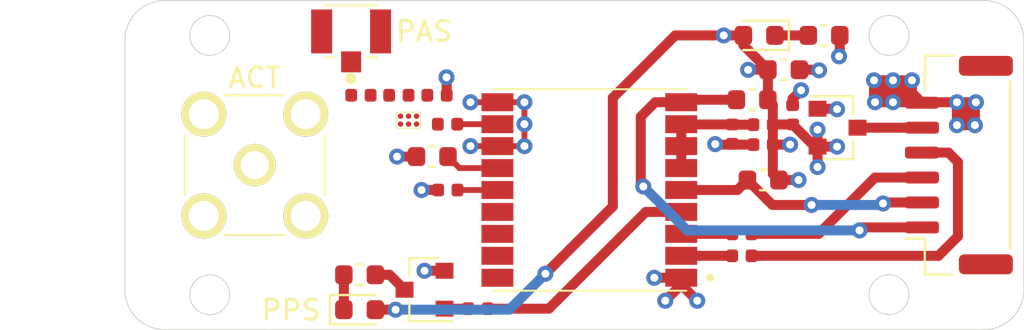
<source format=kicad_pcb>
(kicad_pcb (version 20171130) (host pcbnew "(5.1.5)-3")

  (general
    (thickness 1.6)
    (drawings 16)
    (tracks 163)
    (zones 0)
    (modules 27)
    (nets 28)
  )

  (page A4)
  (layers
    (0 F.Cu signal)
    (1 In1.Cu power)
    (2 In2.Cu power)
    (31 B.Cu signal)
    (32 B.Adhes user)
    (33 F.Adhes user)
    (34 B.Paste user)
    (35 F.Paste user)
    (36 B.SilkS user)
    (37 F.SilkS user)
    (38 B.Mask user)
    (39 F.Mask user)
    (40 Dwgs.User user)
    (41 Cmts.User user)
    (42 Eco1.User user)
    (43 Eco2.User user)
    (44 Edge.Cuts user)
    (45 Margin user)
    (46 B.CrtYd user)
    (47 F.CrtYd user)
    (48 B.Fab user hide)
    (49 F.Fab user hide)
  )

  (setup
    (last_trace_width 0.293)
    (user_trace_width 0.293)
    (user_trace_width 0.3)
    (user_trace_width 0.4)
    (user_trace_width 0.5)
    (trace_clearance 0.15)
    (zone_clearance 0.508)
    (zone_45_only no)
    (trace_min 0.2)
    (via_size 0.8)
    (via_drill 0.4)
    (via_min_size 0.4)
    (via_min_drill 0.3)
    (uvia_size 0.3)
    (uvia_drill 0.1)
    (uvias_allowed no)
    (uvia_min_size 0.2)
    (uvia_min_drill 0.1)
    (edge_width 0.05)
    (segment_width 0.2)
    (pcb_text_width 0.3)
    (pcb_text_size 1.5 1.5)
    (mod_edge_width 0.12)
    (mod_text_size 1 1)
    (mod_text_width 0.15)
    (pad_size 1.524 1.524)
    (pad_drill 0.762)
    (pad_to_mask_clearance 0.051)
    (solder_mask_min_width 0.25)
    (aux_axis_origin 0 0)
    (visible_elements FFFFFF7F)
    (pcbplotparams
      (layerselection 0x010fc_ffffffff)
      (usegerberextensions false)
      (usegerberattributes false)
      (usegerberadvancedattributes false)
      (creategerberjobfile false)
      (excludeedgelayer true)
      (linewidth 0.100000)
      (plotframeref false)
      (viasonmask false)
      (mode 1)
      (useauxorigin false)
      (hpglpennumber 1)
      (hpglpenspeed 20)
      (hpglpendiameter 15.000000)
      (psnegative false)
      (psa4output false)
      (plotreference true)
      (plotvalue true)
      (plotinvisibletext false)
      (padsonsilk false)
      (subtractmaskfromsilk false)
      (outputformat 1)
      (mirror false)
      (drillshape 1)
      (scaleselection 1)
      (outputdirectory ""))
  )

  (net 0 "")
  (net 1 +3V3)
  (net 2 GND)
  (net 3 VCC)
  (net 4 VCC_RF)
  (net 5 "Net-(C7-Pad1)")
  (net 6 ANT_PASSIVE)
  (net 7 "Net-(C8-Pad2)")
  (net 8 LNA_OUT)
  (net 9 "Net-(D1-Pad1)")
  (net 10 "Net-(D2-Pad1)")
  (net 11 GPS_!RST)
  (net 12 GPS_WAKEUP)
  (net 13 UART_RX)
  (net 14 UART_TX)
  (net 15 "Net-(J1-Pad5)")
  (net 16 ANT_ACTIVE)
  (net 17 "Net-(L2-Pad2)")
  (net 18 "Net-(Q2-Pad3)")
  (net 19 "Net-(Q2-Pad1)")
  (net 20 "Net-(R4-Pad1)")
  (net 21 "Net-(R5-Pad1)")
  (net 22 "Net-(R6-Pad1)")
  (net 23 GPS_PPS)
  (net 24 "Net-(U1-Pad15)")
  (net 25 "Net-(U1-Pad16)")
  (net 26 "Net-(U1-Pad17)")
  (net 27 "Net-(U1-Pad18)")

  (net_class Default "This is the default net class."
    (clearance 0.15)
    (trace_width 0.25)
    (via_dia 0.8)
    (via_drill 0.4)
    (uvia_dia 0.3)
    (uvia_drill 0.1)
    (add_net +3V3)
    (add_net ANT_ACTIVE)
    (add_net ANT_PASSIVE)
    (add_net GND)
    (add_net GPS_!RST)
    (add_net GPS_PPS)
    (add_net GPS_WAKEUP)
    (add_net LNA_OUT)
    (add_net "Net-(C7-Pad1)")
    (add_net "Net-(C8-Pad2)")
    (add_net "Net-(D1-Pad1)")
    (add_net "Net-(D2-Pad1)")
    (add_net "Net-(J1-Pad5)")
    (add_net "Net-(L2-Pad2)")
    (add_net "Net-(Q2-Pad1)")
    (add_net "Net-(Q2-Pad3)")
    (add_net "Net-(R4-Pad1)")
    (add_net "Net-(R5-Pad1)")
    (add_net "Net-(R6-Pad1)")
    (add_net "Net-(U1-Pad15)")
    (add_net "Net-(U1-Pad16)")
    (add_net "Net-(U1-Pad17)")
    (add_net "Net-(U1-Pad18)")
    (add_net UART_RX)
    (add_net UART_TX)
    (add_net VCC)
    (add_net VCC_RF)
  )

  (module CONUFL001-SMD-T:CONUFL001-SMD (layer F.Cu) (tedit 5F05173F) (tstamp 5F056583)
    (at 37.075 21.55)
    (descr CONUFL001-SMD)
    (tags Connector)
    (path /5F155DB1)
    (attr smd)
    (fp_text reference J2 (at -0.332 -0.051) (layer F.Fab)
      (effects (font (size 1.27 1.27) (thickness 0.254)))
    )
    (fp_text value CONUFL001-SMD-T (at -0.332 -0.051) (layer F.SilkS) hide
      (effects (font (size 1.27 1.27) (thickness 0.254)))
    )
    (fp_circle (center -0.013 2.353) (end -0.044 2.353) (layer F.SilkS) (width 0.254))
    (fp_line (start 1.3 1.3) (end 0.761 1.3) (layer F.SilkS) (width 0.1))
    (fp_line (start -1.3 1.3) (end -0.761 1.3) (layer F.SilkS) (width 0.1))
    (fp_line (start -1.3 -1.3) (end 1.3 -1.3) (layer F.SilkS) (width 0.1))
    (fp_line (start -1.3 1.3) (end -1.3 -1.3) (layer Dwgs.User) (width 0.2))
    (fp_line (start 1.3 1.3) (end -1.3 1.3) (layer Dwgs.User) (width 0.2))
    (fp_line (start 1.3 -1.3) (end 1.3 1.3) (layer Dwgs.User) (width 0.2))
    (fp_line (start -1.3 -1.3) (end 1.3 -1.3) (layer Dwgs.User) (width 0.2))
    (pad 3 smd rect (at 1.475 0) (size 1.05 2.2) (layers F.Cu F.Paste F.Mask)
      (net 2 GND))
    (pad 2 smd rect (at -1.475 0) (size 1.05 2.2) (layers F.Cu F.Paste F.Mask)
      (net 2 GND))
    (pad 1 smd rect (at 0 1.525) (size 1 1.05) (layers F.Cu F.Paste F.Mask)
      (net 6 ANT_PASSIVE))
  )

  (module Capacitor_SMD:C_0603_1608Metric (layer F.Cu) (tedit 5B301BBE) (tstamp 5F0564C8)
    (at 58.7275 23.47)
    (descr "Capacitor SMD 0603 (1608 Metric), square (rectangular) end terminal, IPC_7351 nominal, (Body size source: http://www.tortai-tech.com/upload/download/2011102023233369053.pdf), generated with kicad-footprint-generator")
    (tags capacitor)
    (path /5F0D5831)
    (attr smd)
    (fp_text reference C1 (at 0 -1.43) (layer F.Fab)
      (effects (font (size 1 1) (thickness 0.15)))
    )
    (fp_text value 2u2 (at 0 1.43) (layer F.Fab)
      (effects (font (size 1 1) (thickness 0.15)))
    )
    (fp_text user %R (at 0 0) (layer F.Fab)
      (effects (font (size 0.4 0.4) (thickness 0.06)))
    )
    (fp_line (start 1.48 0.73) (end -1.48 0.73) (layer F.CrtYd) (width 0.05))
    (fp_line (start 1.48 -0.73) (end 1.48 0.73) (layer F.CrtYd) (width 0.05))
    (fp_line (start -1.48 -0.73) (end 1.48 -0.73) (layer F.CrtYd) (width 0.05))
    (fp_line (start -1.48 0.73) (end -1.48 -0.73) (layer F.CrtYd) (width 0.05))
    (fp_line (start -0.162779 0.51) (end 0.162779 0.51) (layer F.SilkS) (width 0.12))
    (fp_line (start -0.162779 -0.51) (end 0.162779 -0.51) (layer F.SilkS) (width 0.12))
    (fp_line (start 0.8 0.4) (end -0.8 0.4) (layer F.Fab) (width 0.1))
    (fp_line (start 0.8 -0.4) (end 0.8 0.4) (layer F.Fab) (width 0.1))
    (fp_line (start -0.8 -0.4) (end 0.8 -0.4) (layer F.Fab) (width 0.1))
    (fp_line (start -0.8 0.4) (end -0.8 -0.4) (layer F.Fab) (width 0.1))
    (pad 2 smd roundrect (at 0.7875 0) (size 0.875 0.95) (layers F.Cu F.Paste F.Mask) (roundrect_rratio 0.25)
      (net 2 GND))
    (pad 1 smd roundrect (at -0.7875 0) (size 0.875 0.95) (layers F.Cu F.Paste F.Mask) (roundrect_rratio 0.25)
      (net 1 +3V3))
    (model ${KISYS3DMOD}/Capacitor_SMD.3dshapes/C_0603_1608Metric.wrl
      (at (xyz 0 0 0))
      (scale (xyz 1 1 1))
      (rotate (xyz 0 0 0))
    )
  )

  (module Capacitor_SMD:C_0402_1005Metric (layer F.Cu) (tedit 5B301BBE) (tstamp 5F0564D7)
    (at 59.175 25.73 90)
    (descr "Capacitor SMD 0402 (1005 Metric), square (rectangular) end terminal, IPC_7351 nominal, (Body size source: http://www.tortai-tech.com/upload/download/2011102023233369053.pdf), generated with kicad-footprint-generator")
    (tags capacitor)
    (path /5F0D62F8)
    (attr smd)
    (fp_text reference C2 (at 0 -1.17 90) (layer F.Fab)
      (effects (font (size 1 1) (thickness 0.15)))
    )
    (fp_text value 100n (at 0 1.17 90) (layer F.Fab)
      (effects (font (size 1 1) (thickness 0.15)))
    )
    (fp_line (start -0.5 0.25) (end -0.5 -0.25) (layer F.Fab) (width 0.1))
    (fp_line (start -0.5 -0.25) (end 0.5 -0.25) (layer F.Fab) (width 0.1))
    (fp_line (start 0.5 -0.25) (end 0.5 0.25) (layer F.Fab) (width 0.1))
    (fp_line (start 0.5 0.25) (end -0.5 0.25) (layer F.Fab) (width 0.1))
    (fp_line (start -0.93 0.47) (end -0.93 -0.47) (layer F.CrtYd) (width 0.05))
    (fp_line (start -0.93 -0.47) (end 0.93 -0.47) (layer F.CrtYd) (width 0.05))
    (fp_line (start 0.93 -0.47) (end 0.93 0.47) (layer F.CrtYd) (width 0.05))
    (fp_line (start 0.93 0.47) (end -0.93 0.47) (layer F.CrtYd) (width 0.05))
    (fp_text user %R (at 0 0 90) (layer F.Fab)
      (effects (font (size 0.25 0.25) (thickness 0.04)))
    )
    (pad 1 smd roundrect (at -0.485 0 90) (size 0.59 0.64) (layers F.Cu F.Paste F.Mask) (roundrect_rratio 0.25)
      (net 1 +3V3))
    (pad 2 smd roundrect (at 0.485 0 90) (size 0.59 0.64) (layers F.Cu F.Paste F.Mask) (roundrect_rratio 0.25)
      (net 2 GND))
    (model ${KISYS3DMOD}/Capacitor_SMD.3dshapes/C_0402_1005Metric.wrl
      (at (xyz 0 0 0))
      (scale (xyz 1 1 1))
      (rotate (xyz 0 0 0))
    )
  )

  (module Capacitor_SMD:C_0402_1005Metric (layer F.Cu) (tedit 5B301BBE) (tstamp 5F0564E6)
    (at 57.7 27.225 180)
    (descr "Capacitor SMD 0402 (1005 Metric), square (rectangular) end terminal, IPC_7351 nominal, (Body size source: http://www.tortai-tech.com/upload/download/2011102023233369053.pdf), generated with kicad-footprint-generator")
    (tags capacitor)
    (path /5F067DA9)
    (attr smd)
    (fp_text reference C3 (at 0 -1.17) (layer F.Fab)
      (effects (font (size 1 1) (thickness 0.15)))
    )
    (fp_text value 10n (at 0 1.17) (layer F.Fab)
      (effects (font (size 1 1) (thickness 0.15)))
    )
    (fp_text user %R (at 0 0) (layer F.Fab)
      (effects (font (size 0.25 0.25) (thickness 0.04)))
    )
    (fp_line (start 0.93 0.47) (end -0.93 0.47) (layer F.CrtYd) (width 0.05))
    (fp_line (start 0.93 -0.47) (end 0.93 0.47) (layer F.CrtYd) (width 0.05))
    (fp_line (start -0.93 -0.47) (end 0.93 -0.47) (layer F.CrtYd) (width 0.05))
    (fp_line (start -0.93 0.47) (end -0.93 -0.47) (layer F.CrtYd) (width 0.05))
    (fp_line (start 0.5 0.25) (end -0.5 0.25) (layer F.Fab) (width 0.1))
    (fp_line (start 0.5 -0.25) (end 0.5 0.25) (layer F.Fab) (width 0.1))
    (fp_line (start -0.5 -0.25) (end 0.5 -0.25) (layer F.Fab) (width 0.1))
    (fp_line (start -0.5 0.25) (end -0.5 -0.25) (layer F.Fab) (width 0.1))
    (pad 2 smd roundrect (at 0.485 0 180) (size 0.59 0.64) (layers F.Cu F.Paste F.Mask) (roundrect_rratio 0.25)
      (net 2 GND))
    (pad 1 smd roundrect (at -0.485 0 180) (size 0.59 0.64) (layers F.Cu F.Paste F.Mask) (roundrect_rratio 0.25)
      (net 1 +3V3))
    (model ${KISYS3DMOD}/Capacitor_SMD.3dshapes/C_0402_1005Metric.wrl
      (at (xyz 0 0 0))
      (scale (xyz 1 1 1))
      (rotate (xyz 0 0 0))
    )
  )

  (module Capacitor_SMD:C_0402_1005Metric (layer F.Cu) (tedit 5B301BBE) (tstamp 5F0564F5)
    (at 56.15 26.7 270)
    (descr "Capacitor SMD 0402 (1005 Metric), square (rectangular) end terminal, IPC_7351 nominal, (Body size source: http://www.tortai-tech.com/upload/download/2011102023233369053.pdf), generated with kicad-footprint-generator")
    (tags capacitor)
    (path /5F071F61)
    (attr smd)
    (fp_text reference C4 (at 0 -1.17 90) (layer F.Fab)
      (effects (font (size 1 1) (thickness 0.15)))
    )
    (fp_text value 56p (at 0 1.17 90) (layer F.Fab)
      (effects (font (size 1 1) (thickness 0.15)))
    )
    (fp_line (start -0.5 0.25) (end -0.5 -0.25) (layer F.Fab) (width 0.1))
    (fp_line (start -0.5 -0.25) (end 0.5 -0.25) (layer F.Fab) (width 0.1))
    (fp_line (start 0.5 -0.25) (end 0.5 0.25) (layer F.Fab) (width 0.1))
    (fp_line (start 0.5 0.25) (end -0.5 0.25) (layer F.Fab) (width 0.1))
    (fp_line (start -0.93 0.47) (end -0.93 -0.47) (layer F.CrtYd) (width 0.05))
    (fp_line (start -0.93 -0.47) (end 0.93 -0.47) (layer F.CrtYd) (width 0.05))
    (fp_line (start 0.93 -0.47) (end 0.93 0.47) (layer F.CrtYd) (width 0.05))
    (fp_line (start 0.93 0.47) (end -0.93 0.47) (layer F.CrtYd) (width 0.05))
    (fp_text user %R (at 0 0 90) (layer F.Fab)
      (effects (font (size 0.25 0.25) (thickness 0.04)))
    )
    (pad 1 smd roundrect (at -0.485 0 270) (size 0.59 0.64) (layers F.Cu F.Paste F.Mask) (roundrect_rratio 0.25)
      (net 3 VCC))
    (pad 2 smd roundrect (at 0.485 0 270) (size 0.59 0.64) (layers F.Cu F.Paste F.Mask) (roundrect_rratio 0.25)
      (net 2 GND))
    (model ${KISYS3DMOD}/Capacitor_SMD.3dshapes/C_0402_1005Metric.wrl
      (at (xyz 0 0 0))
      (scale (xyz 1 1 1))
      (rotate (xyz 0 0 0))
    )
  )

  (module Capacitor_SMD:C_0402_1005Metric (layer F.Cu) (tedit 5B301BBE) (tstamp 5F056504)
    (at 41.915 29.5 180)
    (descr "Capacitor SMD 0402 (1005 Metric), square (rectangular) end terminal, IPC_7351 nominal, (Body size source: http://www.tortai-tech.com/upload/download/2011102023233369053.pdf), generated with kicad-footprint-generator")
    (tags capacitor)
    (path /5F081070)
    (attr smd)
    (fp_text reference C5 (at 0 -1.17) (layer F.Fab)
      (effects (font (size 1 1) (thickness 0.15)))
    )
    (fp_text value 56p (at 0 1.17) (layer F.Fab)
      (effects (font (size 1 1) (thickness 0.15)))
    )
    (fp_text user %R (at 0 0) (layer F.Fab)
      (effects (font (size 0.25 0.25) (thickness 0.04)))
    )
    (fp_line (start 0.93 0.47) (end -0.93 0.47) (layer F.CrtYd) (width 0.05))
    (fp_line (start 0.93 -0.47) (end 0.93 0.47) (layer F.CrtYd) (width 0.05))
    (fp_line (start -0.93 -0.47) (end 0.93 -0.47) (layer F.CrtYd) (width 0.05))
    (fp_line (start -0.93 0.47) (end -0.93 -0.47) (layer F.CrtYd) (width 0.05))
    (fp_line (start 0.5 0.25) (end -0.5 0.25) (layer F.Fab) (width 0.1))
    (fp_line (start 0.5 -0.25) (end 0.5 0.25) (layer F.Fab) (width 0.1))
    (fp_line (start -0.5 -0.25) (end 0.5 -0.25) (layer F.Fab) (width 0.1))
    (fp_line (start -0.5 0.25) (end -0.5 -0.25) (layer F.Fab) (width 0.1))
    (pad 2 smd roundrect (at 0.485 0 180) (size 0.59 0.64) (layers F.Cu F.Paste F.Mask) (roundrect_rratio 0.25)
      (net 2 GND))
    (pad 1 smd roundrect (at -0.485 0 180) (size 0.59 0.64) (layers F.Cu F.Paste F.Mask) (roundrect_rratio 0.25)
      (net 4 VCC_RF))
    (model ${KISYS3DMOD}/Capacitor_SMD.3dshapes/C_0402_1005Metric.wrl
      (at (xyz 0 0 0))
      (scale (xyz 1 1 1))
      (rotate (xyz 0 0 0))
    )
  )

  (module Capacitor_SMD:C_0402_1005Metric (layer F.Cu) (tedit 5B301BBE) (tstamp 5F056513)
    (at 41.375 24.75)
    (descr "Capacitor SMD 0402 (1005 Metric), square (rectangular) end terminal, IPC_7351 nominal, (Body size source: http://www.tortai-tech.com/upload/download/2011102023233369053.pdf), generated with kicad-footprint-generator")
    (tags capacitor)
    (path /5F051F55)
    (attr smd)
    (fp_text reference C6 (at 0 -1.17) (layer F.Fab)
      (effects (font (size 1 1) (thickness 0.15)))
    )
    (fp_text value 10p (at 0 1.17) (layer F.Fab)
      (effects (font (size 1 1) (thickness 0.15)))
    )
    (fp_text user %R (at 0 0) (layer F.Fab)
      (effects (font (size 0.25 0.25) (thickness 0.04)))
    )
    (fp_line (start 0.93 0.47) (end -0.93 0.47) (layer F.CrtYd) (width 0.05))
    (fp_line (start 0.93 -0.47) (end 0.93 0.47) (layer F.CrtYd) (width 0.05))
    (fp_line (start -0.93 -0.47) (end 0.93 -0.47) (layer F.CrtYd) (width 0.05))
    (fp_line (start -0.93 0.47) (end -0.93 -0.47) (layer F.CrtYd) (width 0.05))
    (fp_line (start 0.5 0.25) (end -0.5 0.25) (layer F.Fab) (width 0.1))
    (fp_line (start 0.5 -0.25) (end 0.5 0.25) (layer F.Fab) (width 0.1))
    (fp_line (start -0.5 -0.25) (end 0.5 -0.25) (layer F.Fab) (width 0.1))
    (fp_line (start -0.5 0.25) (end -0.5 -0.25) (layer F.Fab) (width 0.1))
    (pad 2 smd roundrect (at 0.485 0) (size 0.59 0.64) (layers F.Cu F.Paste F.Mask) (roundrect_rratio 0.25)
      (net 2 GND))
    (pad 1 smd roundrect (at -0.485 0) (size 0.59 0.64) (layers F.Cu F.Paste F.Mask) (roundrect_rratio 0.25)
      (net 4 VCC_RF))
    (model ${KISYS3DMOD}/Capacitor_SMD.3dshapes/C_0402_1005Metric.wrl
      (at (xyz 0 0 0))
      (scale (xyz 1 1 1))
      (rotate (xyz 0 0 0))
    )
  )

  (module Capacitor_SMD:C_0402_1005Metric (layer F.Cu) (tedit 5B301BBE) (tstamp 5F056522)
    (at 37.565 24.75 180)
    (descr "Capacitor SMD 0402 (1005 Metric), square (rectangular) end terminal, IPC_7351 nominal, (Body size source: http://www.tortai-tech.com/upload/download/2011102023233369053.pdf), generated with kicad-footprint-generator")
    (tags capacitor)
    (path /5F0559CA)
    (attr smd)
    (fp_text reference C7 (at 0 -1.17) (layer F.Fab)
      (effects (font (size 1 1) (thickness 0.15)))
    )
    (fp_text value 100p (at 0 1.17) (layer F.Fab)
      (effects (font (size 1 1) (thickness 0.15)))
    )
    (fp_text user %R (at 0 0) (layer F.Fab)
      (effects (font (size 0.25 0.25) (thickness 0.04)))
    )
    (fp_line (start 0.93 0.47) (end -0.93 0.47) (layer F.CrtYd) (width 0.05))
    (fp_line (start 0.93 -0.47) (end 0.93 0.47) (layer F.CrtYd) (width 0.05))
    (fp_line (start -0.93 -0.47) (end 0.93 -0.47) (layer F.CrtYd) (width 0.05))
    (fp_line (start -0.93 0.47) (end -0.93 -0.47) (layer F.CrtYd) (width 0.05))
    (fp_line (start 0.5 0.25) (end -0.5 0.25) (layer F.Fab) (width 0.1))
    (fp_line (start 0.5 -0.25) (end 0.5 0.25) (layer F.Fab) (width 0.1))
    (fp_line (start -0.5 -0.25) (end 0.5 -0.25) (layer F.Fab) (width 0.1))
    (fp_line (start -0.5 0.25) (end -0.5 -0.25) (layer F.Fab) (width 0.1))
    (pad 2 smd roundrect (at 0.485 0 180) (size 0.59 0.64) (layers F.Cu F.Paste F.Mask) (roundrect_rratio 0.25)
      (net 6 ANT_PASSIVE))
    (pad 1 smd roundrect (at -0.485 0 180) (size 0.59 0.64) (layers F.Cu F.Paste F.Mask) (roundrect_rratio 0.25)
      (net 5 "Net-(C7-Pad1)"))
    (model ${KISYS3DMOD}/Capacitor_SMD.3dshapes/C_0402_1005Metric.wrl
      (at (xyz 0 0 0))
      (scale (xyz 1 1 1))
      (rotate (xyz 0 0 0))
    )
  )

  (module Capacitor_SMD:C_0402_1005Metric (layer F.Cu) (tedit 5B301BBE) (tstamp 5F056531)
    (at 41.9 26.2 180)
    (descr "Capacitor SMD 0402 (1005 Metric), square (rectangular) end terminal, IPC_7351 nominal, (Body size source: http://www.tortai-tech.com/upload/download/2011102023233369053.pdf), generated with kicad-footprint-generator")
    (tags capacitor)
    (path /5F05A723)
    (attr smd)
    (fp_text reference C8 (at 0 -1.17) (layer F.Fab)
      (effects (font (size 1 1) (thickness 0.15)))
    )
    (fp_text value 100p (at 0 1.17) (layer F.Fab)
      (effects (font (size 1 1) (thickness 0.15)))
    )
    (fp_line (start -0.5 0.25) (end -0.5 -0.25) (layer F.Fab) (width 0.1))
    (fp_line (start -0.5 -0.25) (end 0.5 -0.25) (layer F.Fab) (width 0.1))
    (fp_line (start 0.5 -0.25) (end 0.5 0.25) (layer F.Fab) (width 0.1))
    (fp_line (start 0.5 0.25) (end -0.5 0.25) (layer F.Fab) (width 0.1))
    (fp_line (start -0.93 0.47) (end -0.93 -0.47) (layer F.CrtYd) (width 0.05))
    (fp_line (start -0.93 -0.47) (end 0.93 -0.47) (layer F.CrtYd) (width 0.05))
    (fp_line (start 0.93 -0.47) (end 0.93 0.47) (layer F.CrtYd) (width 0.05))
    (fp_line (start 0.93 0.47) (end -0.93 0.47) (layer F.CrtYd) (width 0.05))
    (fp_text user %R (at 0 0) (layer F.Fab)
      (effects (font (size 0.25 0.25) (thickness 0.04)))
    )
    (pad 1 smd roundrect (at -0.485 0 180) (size 0.59 0.64) (layers F.Cu F.Paste F.Mask) (roundrect_rratio 0.25)
      (net 8 LNA_OUT))
    (pad 2 smd roundrect (at 0.485 0 180) (size 0.59 0.64) (layers F.Cu F.Paste F.Mask) (roundrect_rratio 0.25)
      (net 7 "Net-(C8-Pad2)"))
    (model ${KISYS3DMOD}/Capacitor_SMD.3dshapes/C_0402_1005Metric.wrl
      (at (xyz 0 0 0))
      (scale (xyz 1 1 1))
      (rotate (xyz 0 0 0))
    )
  )

  (module LED_SMD:LED_0603_1608Metric (layer F.Cu) (tedit 5B301BBE) (tstamp 5F056544)
    (at 57.5 21.75 180)
    (descr "LED SMD 0603 (1608 Metric), square (rectangular) end terminal, IPC_7351 nominal, (Body size source: http://www.tortai-tech.com/upload/download/2011102023233369053.pdf), generated with kicad-footprint-generator")
    (tags diode)
    (path /5F0BB0C1)
    (attr smd)
    (fp_text reference D1 (at 0 -1.43) (layer F.Fab)
      (effects (font (size 1 1) (thickness 0.15)))
    )
    (fp_text value GREEN (at 0 1.43) (layer F.Fab)
      (effects (font (size 1 1) (thickness 0.15)))
    )
    (fp_line (start 0.8 -0.4) (end -0.5 -0.4) (layer F.Fab) (width 0.1))
    (fp_line (start -0.5 -0.4) (end -0.8 -0.1) (layer F.Fab) (width 0.1))
    (fp_line (start -0.8 -0.1) (end -0.8 0.4) (layer F.Fab) (width 0.1))
    (fp_line (start -0.8 0.4) (end 0.8 0.4) (layer F.Fab) (width 0.1))
    (fp_line (start 0.8 0.4) (end 0.8 -0.4) (layer F.Fab) (width 0.1))
    (fp_line (start 0.8 -0.735) (end -1.485 -0.735) (layer F.SilkS) (width 0.12))
    (fp_line (start -1.485 -0.735) (end -1.485 0.735) (layer F.SilkS) (width 0.12))
    (fp_line (start -1.485 0.735) (end 0.8 0.735) (layer F.SilkS) (width 0.12))
    (fp_line (start -1.48 0.73) (end -1.48 -0.73) (layer F.CrtYd) (width 0.05))
    (fp_line (start -1.48 -0.73) (end 1.48 -0.73) (layer F.CrtYd) (width 0.05))
    (fp_line (start 1.48 -0.73) (end 1.48 0.73) (layer F.CrtYd) (width 0.05))
    (fp_line (start 1.48 0.73) (end -1.48 0.73) (layer F.CrtYd) (width 0.05))
    (fp_text user %R (at 0 0) (layer F.Fab)
      (effects (font (size 0.4 0.4) (thickness 0.06)))
    )
    (pad 1 smd roundrect (at -0.7875 0 180) (size 0.875 0.95) (layers F.Cu F.Paste F.Mask) (roundrect_rratio 0.25)
      (net 9 "Net-(D1-Pad1)"))
    (pad 2 smd roundrect (at 0.7875 0 180) (size 0.875 0.95) (layers F.Cu F.Paste F.Mask) (roundrect_rratio 0.25)
      (net 1 +3V3))
    (model ${KISYS3DMOD}/LED_SMD.3dshapes/LED_0603_1608Metric.wrl
      (at (xyz 0 0 0))
      (scale (xyz 1 1 1))
      (rotate (xyz 0 0 0))
    )
  )

  (module LED_SMD:LED_0603_1608Metric (layer F.Cu) (tedit 5B301BBE) (tstamp 5F056557)
    (at 37.5 35.5)
    (descr "LED SMD 0603 (1608 Metric), square (rectangular) end terminal, IPC_7351 nominal, (Body size source: http://www.tortai-tech.com/upload/download/2011102023233369053.pdf), generated with kicad-footprint-generator")
    (tags diode)
    (path /5F0B5D0D)
    (attr smd)
    (fp_text reference D2 (at 0 -1.43) (layer F.Fab)
      (effects (font (size 1 1) (thickness 0.15)))
    )
    (fp_text value BLUE (at 0 1.43) (layer F.Fab)
      (effects (font (size 1 1) (thickness 0.15)))
    )
    (fp_text user %R (at 0 0) (layer F.Fab)
      (effects (font (size 0.4 0.4) (thickness 0.06)))
    )
    (fp_line (start 1.48 0.73) (end -1.48 0.73) (layer F.CrtYd) (width 0.05))
    (fp_line (start 1.48 -0.73) (end 1.48 0.73) (layer F.CrtYd) (width 0.05))
    (fp_line (start -1.48 -0.73) (end 1.48 -0.73) (layer F.CrtYd) (width 0.05))
    (fp_line (start -1.48 0.73) (end -1.48 -0.73) (layer F.CrtYd) (width 0.05))
    (fp_line (start -1.485 0.735) (end 0.8 0.735) (layer F.SilkS) (width 0.12))
    (fp_line (start -1.485 -0.735) (end -1.485 0.735) (layer F.SilkS) (width 0.12))
    (fp_line (start 0.8 -0.735) (end -1.485 -0.735) (layer F.SilkS) (width 0.12))
    (fp_line (start 0.8 0.4) (end 0.8 -0.4) (layer F.Fab) (width 0.1))
    (fp_line (start -0.8 0.4) (end 0.8 0.4) (layer F.Fab) (width 0.1))
    (fp_line (start -0.8 -0.1) (end -0.8 0.4) (layer F.Fab) (width 0.1))
    (fp_line (start -0.5 -0.4) (end -0.8 -0.1) (layer F.Fab) (width 0.1))
    (fp_line (start 0.8 -0.4) (end -0.5 -0.4) (layer F.Fab) (width 0.1))
    (pad 2 smd roundrect (at 0.7875 0) (size 0.875 0.95) (layers F.Cu F.Paste F.Mask) (roundrect_rratio 0.25)
      (net 1 +3V3))
    (pad 1 smd roundrect (at -0.7875 0) (size 0.875 0.95) (layers F.Cu F.Paste F.Mask) (roundrect_rratio 0.25)
      (net 10 "Net-(D2-Pad1)"))
    (model ${KISYS3DMOD}/LED_SMD.3dshapes/LED_0603_1608Metric.wrl
      (at (xyz 0 0 0))
      (scale (xyz 1 1 1))
      (rotate (xyz 0 0 0))
    )
  )

  (module Connector_JST:JST_GH_SM06B-GHS-TB_1x06-1MP_P1.25mm_Horizontal (layer F.Cu) (tedit 5B78AD87) (tstamp 5F056574)
    (at 67.5 28.25 90)
    (descr "JST GH series connector, SM06B-GHS-TB (http://www.jst-mfg.com/product/pdf/eng/eGH.pdf), generated with kicad-footprint-generator")
    (tags "connector JST GH top entry")
    (path /5F0A0900)
    (attr smd)
    (fp_text reference J1 (at 0 -3.9 90) (layer F.Fab)
      (effects (font (size 1 1) (thickness 0.15)))
    )
    (fp_text value JSTGH (at 0 3.9 90) (layer F.Fab)
      (effects (font (size 1 1) (thickness 0.15)))
    )
    (fp_text user %R (at 0 0 90) (layer F.Fab)
      (effects (font (size 1 1) (thickness 0.15)))
    )
    (fp_line (start -3.125 -0.892893) (end -2.625 -1.6) (layer F.Fab) (width 0.1))
    (fp_line (start -3.625 -1.6) (end -3.125 -0.892893) (layer F.Fab) (width 0.1))
    (fp_line (start 5.98 -3.2) (end -5.98 -3.2) (layer F.CrtYd) (width 0.05))
    (fp_line (start 5.98 3.2) (end 5.98 -3.2) (layer F.CrtYd) (width 0.05))
    (fp_line (start -5.98 3.2) (end 5.98 3.2) (layer F.CrtYd) (width 0.05))
    (fp_line (start -5.98 -3.2) (end -5.98 3.2) (layer F.CrtYd) (width 0.05))
    (fp_line (start 5.375 -1.6) (end 5.375 2.45) (layer F.Fab) (width 0.1))
    (fp_line (start -5.375 -1.6) (end -5.375 2.45) (layer F.Fab) (width 0.1))
    (fp_line (start -5.375 2.45) (end 5.375 2.45) (layer F.Fab) (width 0.1))
    (fp_line (start -4.215 2.56) (end 4.215 2.56) (layer F.SilkS) (width 0.12))
    (fp_line (start 5.485 -1.71) (end 3.685 -1.71) (layer F.SilkS) (width 0.12))
    (fp_line (start 5.485 -0.26) (end 5.485 -1.71) (layer F.SilkS) (width 0.12))
    (fp_line (start -3.685 -1.71) (end -3.685 -2.7) (layer F.SilkS) (width 0.12))
    (fp_line (start -5.485 -1.71) (end -3.685 -1.71) (layer F.SilkS) (width 0.12))
    (fp_line (start -5.485 -0.26) (end -5.485 -1.71) (layer F.SilkS) (width 0.12))
    (fp_line (start -5.375 -1.6) (end 5.375 -1.6) (layer F.Fab) (width 0.1))
    (pad MP smd roundrect (at 4.975 1.35 90) (size 1 2.7) (layers F.Cu F.Paste F.Mask) (roundrect_rratio 0.25))
    (pad MP smd roundrect (at -4.975 1.35 90) (size 1 2.7) (layers F.Cu F.Paste F.Mask) (roundrect_rratio 0.25))
    (pad 6 smd roundrect (at 3.125 -1.85 90) (size 0.6 1.7) (layers F.Cu F.Paste F.Mask) (roundrect_rratio 0.25)
      (net 2 GND))
    (pad 5 smd roundrect (at 1.875 -1.85 90) (size 0.6 1.7) (layers F.Cu F.Paste F.Mask) (roundrect_rratio 0.25)
      (net 15 "Net-(J1-Pad5)"))
    (pad 4 smd roundrect (at 0.625 -1.85 90) (size 0.6 1.7) (layers F.Cu F.Paste F.Mask) (roundrect_rratio 0.25)
      (net 14 UART_TX))
    (pad 3 smd roundrect (at -0.625 -1.85 90) (size 0.6 1.7) (layers F.Cu F.Paste F.Mask) (roundrect_rratio 0.25)
      (net 13 UART_RX))
    (pad 2 smd roundrect (at -1.875 -1.85 90) (size 0.6 1.7) (layers F.Cu F.Paste F.Mask) (roundrect_rratio 0.25)
      (net 12 GPS_WAKEUP))
    (pad 1 smd roundrect (at -3.125 -1.85 90) (size 0.6 1.7) (layers F.Cu F.Paste F.Mask) (roundrect_rratio 0.25)
      (net 11 GPS_!RST))
    (model ${KISYS3DMOD}/Connector_JST.3dshapes/JST_GH_SM06B-GHS-TB_1x06-1MP_P1.25mm_Horizontal.wrl
      (at (xyz 0 0 0))
      (scale (xyz 1 1 1))
      (rotate (xyz 0 0 0))
    )
  )

  (module CONSMA002:CONSMA002 (layer F.Cu) (tedit 5F0507FB) (tstamp 5F05659B)
    (at 32.25 28.25 180)
    (descr CONSMA002-3)
    (tags Connector)
    (path /5F1681DC)
    (fp_text reference J3 (at 4.012 0) (layer F.Fab)
      (effects (font (size 1.27 1.27) (thickness 0.254)))
    )
    (fp_text value CONSMA002 (at 4.012 0) (layer F.SilkS) hide
      (effects (font (size 1.27 1.27) (thickness 0.254)))
    )
    (fp_line (start 3.5 -1.5) (end 3.5 1.5) (layer F.SilkS) (width 0.1))
    (fp_line (start -1.5 -3.5) (end 1.5 -3.5) (layer F.SilkS) (width 0.1))
    (fp_line (start -1.5 3.5) (end 1.5 3.5) (layer F.SilkS) (width 0.1))
    (fp_line (start -3.5 -1.5) (end -3.5 1.5) (layer F.SilkS) (width 0.1))
    (fp_line (start 11.7 3.2) (end 3.5 3.2) (layer Dwgs.User) (width 0.2))
    (fp_line (start 11.7 -3.2) (end 11.7 3.2) (layer Dwgs.User) (width 0.2))
    (fp_line (start 3.5 -3.2) (end 11.7 -3.2) (layer Dwgs.User) (width 0.2))
    (fp_line (start -4.675 4.675) (end -4.675 -4.675) (layer Dwgs.User) (width 0.1))
    (fp_line (start 12.7 4.675) (end -4.675 4.675) (layer Dwgs.User) (width 0.1))
    (fp_line (start 12.7 -4.675) (end 12.7 4.675) (layer Dwgs.User) (width 0.1))
    (fp_line (start -4.675 -4.675) (end 12.7 -4.675) (layer Dwgs.User) (width 0.1))
    (fp_line (start -3.5 3.5) (end -3.5 -3.5) (layer Dwgs.User) (width 0.2))
    (fp_line (start 3.5 3.5) (end -3.5 3.5) (layer Dwgs.User) (width 0.2))
    (fp_line (start 3.5 -3.5) (end 3.5 3.5) (layer Dwgs.User) (width 0.2))
    (fp_line (start -3.5 -3.5) (end 3.5 -3.5) (layer Dwgs.User) (width 0.2))
    (pad 5 thru_hole circle (at 2.55 -2.55 270) (size 2.25 2.25) (drill 1.5) (layers *.Cu *.Mask F.SilkS)
      (net 2 GND))
    (pad 4 thru_hole circle (at 2.55 2.55 270) (size 2.25 2.25) (drill 1.5) (layers *.Cu *.Mask F.SilkS)
      (net 2 GND))
    (pad 3 thru_hole circle (at -2.55 2.55 270) (size 2.25 2.25) (drill 1.5) (layers *.Cu *.Mask F.SilkS)
      (net 2 GND))
    (pad 2 thru_hole circle (at -2.55 -2.55 270) (size 2.25 2.25) (drill 1.5) (layers *.Cu *.Mask F.SilkS)
      (net 2 GND))
    (pad 1 thru_hole circle (at 0 0 270) (size 2.1 2.1) (drill 1.4) (layers *.Cu *.Mask F.SilkS)
      (net 16 ANT_ACTIVE))
  )

  (module Inductor_SMD:L_0402_1005Metric (layer F.Cu) (tedit 5B301BBE) (tstamp 5F0565AA)
    (at 57.7 26.225)
    (descr "Inductor SMD 0402 (1005 Metric), square (rectangular) end terminal, IPC_7351 nominal, (Body size source: http://www.tortai-tech.com/upload/download/2011102023233369053.pdf), generated with kicad-footprint-generator")
    (tags inductor)
    (path /5F06F38F)
    (attr smd)
    (fp_text reference L1 (at 0 -1.17) (layer F.Fab)
      (effects (font (size 1 1) (thickness 0.15)))
    )
    (fp_text value 27n (at 0 1.17) (layer F.Fab)
      (effects (font (size 1 1) (thickness 0.15)))
    )
    (fp_text user %R (at 0 0) (layer F.Fab)
      (effects (font (size 0.25 0.25) (thickness 0.04)))
    )
    (fp_line (start 0.93 0.47) (end -0.93 0.47) (layer F.CrtYd) (width 0.05))
    (fp_line (start 0.93 -0.47) (end 0.93 0.47) (layer F.CrtYd) (width 0.05))
    (fp_line (start -0.93 -0.47) (end 0.93 -0.47) (layer F.CrtYd) (width 0.05))
    (fp_line (start -0.93 0.47) (end -0.93 -0.47) (layer F.CrtYd) (width 0.05))
    (fp_line (start 0.5 0.25) (end -0.5 0.25) (layer F.Fab) (width 0.1))
    (fp_line (start 0.5 -0.25) (end 0.5 0.25) (layer F.Fab) (width 0.1))
    (fp_line (start -0.5 -0.25) (end 0.5 -0.25) (layer F.Fab) (width 0.1))
    (fp_line (start -0.5 0.25) (end -0.5 -0.25) (layer F.Fab) (width 0.1))
    (pad 2 smd roundrect (at 0.485 0) (size 0.59 0.64) (layers F.Cu F.Paste F.Mask) (roundrect_rratio 0.25)
      (net 1 +3V3))
    (pad 1 smd roundrect (at -0.485 0) (size 0.59 0.64) (layers F.Cu F.Paste F.Mask) (roundrect_rratio 0.25)
      (net 3 VCC))
    (model ${KISYS3DMOD}/Inductor_SMD.3dshapes/L_0402_1005Metric.wrl
      (at (xyz 0 0 0))
      (scale (xyz 1 1 1))
      (rotate (xyz 0 0 0))
    )
  )

  (module Inductor_SMD:L_0402_1005Metric (layer F.Cu) (tedit 5B301BBE) (tstamp 5F0565B9)
    (at 39.465 24.75)
    (descr "Inductor SMD 0402 (1005 Metric), square (rectangular) end terminal, IPC_7351 nominal, (Body size source: http://www.tortai-tech.com/upload/download/2011102023233369053.pdf), generated with kicad-footprint-generator")
    (tags inductor)
    (path /5F05488D)
    (attr smd)
    (fp_text reference L2 (at 0 -1.17) (layer F.Fab)
      (effects (font (size 1 1) (thickness 0.15)))
    )
    (fp_text value 88n (at 0 1.17) (layer F.Fab)
      (effects (font (size 1 1) (thickness 0.15)))
    )
    (fp_line (start -0.5 0.25) (end -0.5 -0.25) (layer F.Fab) (width 0.1))
    (fp_line (start -0.5 -0.25) (end 0.5 -0.25) (layer F.Fab) (width 0.1))
    (fp_line (start 0.5 -0.25) (end 0.5 0.25) (layer F.Fab) (width 0.1))
    (fp_line (start 0.5 0.25) (end -0.5 0.25) (layer F.Fab) (width 0.1))
    (fp_line (start -0.93 0.47) (end -0.93 -0.47) (layer F.CrtYd) (width 0.05))
    (fp_line (start -0.93 -0.47) (end 0.93 -0.47) (layer F.CrtYd) (width 0.05))
    (fp_line (start 0.93 -0.47) (end 0.93 0.47) (layer F.CrtYd) (width 0.05))
    (fp_line (start 0.93 0.47) (end -0.93 0.47) (layer F.CrtYd) (width 0.05))
    (fp_text user %R (at 0 0) (layer F.Fab)
      (effects (font (size 0.25 0.25) (thickness 0.04)))
    )
    (pad 1 smd roundrect (at -0.485 0) (size 0.59 0.64) (layers F.Cu F.Paste F.Mask) (roundrect_rratio 0.25)
      (net 5 "Net-(C7-Pad1)"))
    (pad 2 smd roundrect (at 0.485 0) (size 0.59 0.64) (layers F.Cu F.Paste F.Mask) (roundrect_rratio 0.25)
      (net 17 "Net-(L2-Pad2)"))
    (model ${KISYS3DMOD}/Inductor_SMD.3dshapes/L_0402_1005Metric.wrl
      (at (xyz 0 0 0))
      (scale (xyz 1 1 1))
      (rotate (xyz 0 0 0))
    )
  )

  (module Package_TO_SOT_SMD:SOT-23 (layer F.Cu) (tedit 5A02FF57) (tstamp 5F0565CE)
    (at 61.425 26.375)
    (descr "SOT-23, Standard")
    (tags SOT-23)
    (path /5F1847FE)
    (attr smd)
    (fp_text reference Q1 (at 0 -2.5) (layer F.Fab)
      (effects (font (size 1 1) (thickness 0.15)))
    )
    (fp_text value AO3401A (at 0 2.5) (layer F.Fab)
      (effects (font (size 1 1) (thickness 0.15)))
    )
    (fp_line (start 0.76 1.58) (end -0.7 1.58) (layer F.SilkS) (width 0.12))
    (fp_line (start 0.76 -1.58) (end -1.4 -1.58) (layer F.SilkS) (width 0.12))
    (fp_line (start -1.7 1.75) (end -1.7 -1.75) (layer F.CrtYd) (width 0.05))
    (fp_line (start 1.7 1.75) (end -1.7 1.75) (layer F.CrtYd) (width 0.05))
    (fp_line (start 1.7 -1.75) (end 1.7 1.75) (layer F.CrtYd) (width 0.05))
    (fp_line (start -1.7 -1.75) (end 1.7 -1.75) (layer F.CrtYd) (width 0.05))
    (fp_line (start 0.76 -1.58) (end 0.76 -0.65) (layer F.SilkS) (width 0.12))
    (fp_line (start 0.76 1.58) (end 0.76 0.65) (layer F.SilkS) (width 0.12))
    (fp_line (start -0.7 1.52) (end 0.7 1.52) (layer F.Fab) (width 0.1))
    (fp_line (start 0.7 -1.52) (end 0.7 1.52) (layer F.Fab) (width 0.1))
    (fp_line (start -0.7 -0.95) (end -0.15 -1.52) (layer F.Fab) (width 0.1))
    (fp_line (start -0.15 -1.52) (end 0.7 -1.52) (layer F.Fab) (width 0.1))
    (fp_line (start -0.7 -0.95) (end -0.7 1.5) (layer F.Fab) (width 0.1))
    (fp_text user %R (at 0 0 90) (layer F.Fab)
      (effects (font (size 0.5 0.5) (thickness 0.075)))
    )
    (pad 3 smd rect (at 1 0) (size 0.9 0.8) (layers F.Cu F.Paste F.Mask)
      (net 15 "Net-(J1-Pad5)"))
    (pad 2 smd rect (at -1 0.95) (size 0.9 0.8) (layers F.Cu F.Paste F.Mask)
      (net 1 +3V3))
    (pad 1 smd rect (at -1 -0.95) (size 0.9 0.8) (layers F.Cu F.Paste F.Mask)
      (net 2 GND))
    (model ${KISYS3DMOD}/Package_TO_SOT_SMD.3dshapes/SOT-23.wrl
      (at (xyz 0 0 0))
      (scale (xyz 1 1 1))
      (rotate (xyz 0 0 0))
    )
  )

  (module Package_TO_SOT_SMD:SOT-23 (layer F.Cu) (tedit 5A02FF57) (tstamp 5F0565E3)
    (at 40.75 34.5 180)
    (descr "SOT-23, Standard")
    (tags SOT-23)
    (path /5F0AD6B3)
    (attr smd)
    (fp_text reference Q2 (at 0 -2.5) (layer F.Fab)
      (effects (font (size 1 1) (thickness 0.15)))
    )
    (fp_text value MMBT3904 (at 0 2.5) (layer F.Fab)
      (effects (font (size 1 1) (thickness 0.15)))
    )
    (fp_text user %R (at 0 0 90) (layer F.Fab)
      (effects (font (size 0.5 0.5) (thickness 0.075)))
    )
    (fp_line (start -0.7 -0.95) (end -0.7 1.5) (layer F.Fab) (width 0.1))
    (fp_line (start -0.15 -1.52) (end 0.7 -1.52) (layer F.Fab) (width 0.1))
    (fp_line (start -0.7 -0.95) (end -0.15 -1.52) (layer F.Fab) (width 0.1))
    (fp_line (start 0.7 -1.52) (end 0.7 1.52) (layer F.Fab) (width 0.1))
    (fp_line (start -0.7 1.52) (end 0.7 1.52) (layer F.Fab) (width 0.1))
    (fp_line (start 0.76 1.58) (end 0.76 0.65) (layer F.SilkS) (width 0.12))
    (fp_line (start 0.76 -1.58) (end 0.76 -0.65) (layer F.SilkS) (width 0.12))
    (fp_line (start -1.7 -1.75) (end 1.7 -1.75) (layer F.CrtYd) (width 0.05))
    (fp_line (start 1.7 -1.75) (end 1.7 1.75) (layer F.CrtYd) (width 0.05))
    (fp_line (start 1.7 1.75) (end -1.7 1.75) (layer F.CrtYd) (width 0.05))
    (fp_line (start -1.7 1.75) (end -1.7 -1.75) (layer F.CrtYd) (width 0.05))
    (fp_line (start 0.76 -1.58) (end -1.4 -1.58) (layer F.SilkS) (width 0.12))
    (fp_line (start 0.76 1.58) (end -0.7 1.58) (layer F.SilkS) (width 0.12))
    (pad 1 smd rect (at -1 -0.95 180) (size 0.9 0.8) (layers F.Cu F.Paste F.Mask)
      (net 19 "Net-(Q2-Pad1)"))
    (pad 2 smd rect (at -1 0.95 180) (size 0.9 0.8) (layers F.Cu F.Paste F.Mask)
      (net 2 GND))
    (pad 3 smd rect (at 1 0 180) (size 0.9 0.8) (layers F.Cu F.Paste F.Mask)
      (net 18 "Net-(Q2-Pad3)"))
    (model ${KISYS3DMOD}/Package_TO_SOT_SMD.3dshapes/SOT-23.wrl
      (at (xyz 0 0 0))
      (scale (xyz 1 1 1))
      (rotate (xyz 0 0 0))
    )
  )

  (module Resistor_SMD:R_0603_1608Metric (layer F.Cu) (tedit 5B301BBD) (tstamp 5F0565F4)
    (at 60.75 21.75)
    (descr "Resistor SMD 0603 (1608 Metric), square (rectangular) end terminal, IPC_7351 nominal, (Body size source: http://www.tortai-tech.com/upload/download/2011102023233369053.pdf), generated with kicad-footprint-generator")
    (tags resistor)
    (path /5F0BB0BB)
    (attr smd)
    (fp_text reference R1 (at 0 -1.43) (layer F.Fab)
      (effects (font (size 1 1) (thickness 0.15)))
    )
    (fp_text value 2k2 (at 0 1.43) (layer F.Fab)
      (effects (font (size 1 1) (thickness 0.15)))
    )
    (fp_text user %R (at 0 0) (layer F.Fab)
      (effects (font (size 0.4 0.4) (thickness 0.06)))
    )
    (fp_line (start 1.48 0.73) (end -1.48 0.73) (layer F.CrtYd) (width 0.05))
    (fp_line (start 1.48 -0.73) (end 1.48 0.73) (layer F.CrtYd) (width 0.05))
    (fp_line (start -1.48 -0.73) (end 1.48 -0.73) (layer F.CrtYd) (width 0.05))
    (fp_line (start -1.48 0.73) (end -1.48 -0.73) (layer F.CrtYd) (width 0.05))
    (fp_line (start -0.162779 0.51) (end 0.162779 0.51) (layer F.SilkS) (width 0.12))
    (fp_line (start -0.162779 -0.51) (end 0.162779 -0.51) (layer F.SilkS) (width 0.12))
    (fp_line (start 0.8 0.4) (end -0.8 0.4) (layer F.Fab) (width 0.1))
    (fp_line (start 0.8 -0.4) (end 0.8 0.4) (layer F.Fab) (width 0.1))
    (fp_line (start -0.8 -0.4) (end 0.8 -0.4) (layer F.Fab) (width 0.1))
    (fp_line (start -0.8 0.4) (end -0.8 -0.4) (layer F.Fab) (width 0.1))
    (pad 2 smd roundrect (at 0.7875 0) (size 0.875 0.95) (layers F.Cu F.Paste F.Mask) (roundrect_rratio 0.25)
      (net 2 GND))
    (pad 1 smd roundrect (at -0.7875 0) (size 0.875 0.95) (layers F.Cu F.Paste F.Mask) (roundrect_rratio 0.25)
      (net 9 "Net-(D1-Pad1)"))
    (model ${KISYS3DMOD}/Resistor_SMD.3dshapes/R_0603_1608Metric.wrl
      (at (xyz 0 0 0))
      (scale (xyz 1 1 1))
      (rotate (xyz 0 0 0))
    )
  )

  (module Resistor_SMD:R_0603_1608Metric (layer F.Cu) (tedit 5B301BBD) (tstamp 5F056605)
    (at 57.15 24.975 180)
    (descr "Resistor SMD 0603 (1608 Metric), square (rectangular) end terminal, IPC_7351 nominal, (Body size source: http://www.tortai-tech.com/upload/download/2011102023233369053.pdf), generated with kicad-footprint-generator")
    (tags resistor)
    (path /5F092B31)
    (attr smd)
    (fp_text reference R2 (at 0 -1.43) (layer F.Fab)
      (effects (font (size 1 1) (thickness 0.15)))
    )
    (fp_text value 10k (at 0 1.43) (layer F.Fab)
      (effects (font (size 1 1) (thickness 0.15)))
    )
    (fp_text user %R (at 0 0) (layer F.Fab)
      (effects (font (size 0.4 0.4) (thickness 0.06)))
    )
    (fp_line (start 1.48 0.73) (end -1.48 0.73) (layer F.CrtYd) (width 0.05))
    (fp_line (start 1.48 -0.73) (end 1.48 0.73) (layer F.CrtYd) (width 0.05))
    (fp_line (start -1.48 -0.73) (end 1.48 -0.73) (layer F.CrtYd) (width 0.05))
    (fp_line (start -1.48 0.73) (end -1.48 -0.73) (layer F.CrtYd) (width 0.05))
    (fp_line (start -0.162779 0.51) (end 0.162779 0.51) (layer F.SilkS) (width 0.12))
    (fp_line (start -0.162779 -0.51) (end 0.162779 -0.51) (layer F.SilkS) (width 0.12))
    (fp_line (start 0.8 0.4) (end -0.8 0.4) (layer F.Fab) (width 0.1))
    (fp_line (start 0.8 -0.4) (end 0.8 0.4) (layer F.Fab) (width 0.1))
    (fp_line (start -0.8 -0.4) (end 0.8 -0.4) (layer F.Fab) (width 0.1))
    (fp_line (start -0.8 0.4) (end -0.8 -0.4) (layer F.Fab) (width 0.1))
    (pad 2 smd roundrect (at 0.7875 0 180) (size 0.875 0.95) (layers F.Cu F.Paste F.Mask) (roundrect_rratio 0.25)
      (net 11 GPS_!RST))
    (pad 1 smd roundrect (at -0.7875 0 180) (size 0.875 0.95) (layers F.Cu F.Paste F.Mask) (roundrect_rratio 0.25)
      (net 1 +3V3))
    (model ${KISYS3DMOD}/Resistor_SMD.3dshapes/R_0603_1608Metric.wrl
      (at (xyz 0 0 0))
      (scale (xyz 1 1 1))
      (rotate (xyz 0 0 0))
    )
  )

  (module Resistor_SMD:R_0603_1608Metric (layer F.Cu) (tedit 5B301BBD) (tstamp 5F056616)
    (at 57.7 29 180)
    (descr "Resistor SMD 0603 (1608 Metric), square (rectangular) end terminal, IPC_7351 nominal, (Body size source: http://www.tortai-tech.com/upload/download/2011102023233369053.pdf), generated with kicad-footprint-generator")
    (tags resistor)
    (path /5F09CF22)
    (attr smd)
    (fp_text reference R3 (at 0 -1.43) (layer F.Fab)
      (effects (font (size 1 1) (thickness 0.15)))
    )
    (fp_text value 10k (at 0 1.43) (layer F.Fab)
      (effects (font (size 1 1) (thickness 0.15)))
    )
    (fp_text user %R (at 0 0) (layer F.Fab)
      (effects (font (size 0.4 0.4) (thickness 0.06)))
    )
    (fp_line (start 1.48 0.73) (end -1.48 0.73) (layer F.CrtYd) (width 0.05))
    (fp_line (start 1.48 -0.73) (end 1.48 0.73) (layer F.CrtYd) (width 0.05))
    (fp_line (start -1.48 -0.73) (end 1.48 -0.73) (layer F.CrtYd) (width 0.05))
    (fp_line (start -1.48 0.73) (end -1.48 -0.73) (layer F.CrtYd) (width 0.05))
    (fp_line (start -0.162779 0.51) (end 0.162779 0.51) (layer F.SilkS) (width 0.12))
    (fp_line (start -0.162779 -0.51) (end 0.162779 -0.51) (layer F.SilkS) (width 0.12))
    (fp_line (start 0.8 0.4) (end -0.8 0.4) (layer F.Fab) (width 0.1))
    (fp_line (start 0.8 -0.4) (end 0.8 0.4) (layer F.Fab) (width 0.1))
    (fp_line (start -0.8 -0.4) (end 0.8 -0.4) (layer F.Fab) (width 0.1))
    (fp_line (start -0.8 0.4) (end -0.8 -0.4) (layer F.Fab) (width 0.1))
    (pad 2 smd roundrect (at 0.7875 0 180) (size 0.875 0.95) (layers F.Cu F.Paste F.Mask) (roundrect_rratio 0.25)
      (net 12 GPS_WAKEUP))
    (pad 1 smd roundrect (at -0.7875 0 180) (size 0.875 0.95) (layers F.Cu F.Paste F.Mask) (roundrect_rratio 0.25)
      (net 1 +3V3))
    (model ${KISYS3DMOD}/Resistor_SMD.3dshapes/R_0603_1608Metric.wrl
      (at (xyz 0 0 0))
      (scale (xyz 1 1 1))
      (rotate (xyz 0 0 0))
    )
  )

  (module Resistor_SMD:R_0603_1608Metric (layer F.Cu) (tedit 5B301BBD) (tstamp 5F056627)
    (at 41.1375 27.825 180)
    (descr "Resistor SMD 0603 (1608 Metric), square (rectangular) end terminal, IPC_7351 nominal, (Body size source: http://www.tortai-tech.com/upload/download/2011102023233369053.pdf), generated with kicad-footprint-generator")
    (tags resistor)
    (path /5F08EB96)
    (attr smd)
    (fp_text reference R4 (at 0 -1.43) (layer F.Fab)
      (effects (font (size 1 1) (thickness 0.15)))
    )
    (fp_text value 10k (at 0 1.43) (layer F.Fab)
      (effects (font (size 1 1) (thickness 0.15)))
    )
    (fp_line (start -0.8 0.4) (end -0.8 -0.4) (layer F.Fab) (width 0.1))
    (fp_line (start -0.8 -0.4) (end 0.8 -0.4) (layer F.Fab) (width 0.1))
    (fp_line (start 0.8 -0.4) (end 0.8 0.4) (layer F.Fab) (width 0.1))
    (fp_line (start 0.8 0.4) (end -0.8 0.4) (layer F.Fab) (width 0.1))
    (fp_line (start -0.162779 -0.51) (end 0.162779 -0.51) (layer F.SilkS) (width 0.12))
    (fp_line (start -0.162779 0.51) (end 0.162779 0.51) (layer F.SilkS) (width 0.12))
    (fp_line (start -1.48 0.73) (end -1.48 -0.73) (layer F.CrtYd) (width 0.05))
    (fp_line (start -1.48 -0.73) (end 1.48 -0.73) (layer F.CrtYd) (width 0.05))
    (fp_line (start 1.48 -0.73) (end 1.48 0.73) (layer F.CrtYd) (width 0.05))
    (fp_line (start 1.48 0.73) (end -1.48 0.73) (layer F.CrtYd) (width 0.05))
    (fp_text user %R (at 0 0) (layer F.Fab)
      (effects (font (size 0.4 0.4) (thickness 0.06)))
    )
    (pad 1 smd roundrect (at -0.7875 0 180) (size 0.875 0.95) (layers F.Cu F.Paste F.Mask) (roundrect_rratio 0.25)
      (net 20 "Net-(R4-Pad1)"))
    (pad 2 smd roundrect (at 0.7875 0 180) (size 0.875 0.95) (layers F.Cu F.Paste F.Mask) (roundrect_rratio 0.25)
      (net 2 GND))
    (model ${KISYS3DMOD}/Resistor_SMD.3dshapes/R_0603_1608Metric.wrl
      (at (xyz 0 0 0))
      (scale (xyz 1 1 1))
      (rotate (xyz 0 0 0))
    )
  )

  (module Resistor_SMD:R_0402_1005Metric (layer F.Cu) (tedit 5B301BBD) (tstamp 5F056636)
    (at 56.635 31.7)
    (descr "Resistor SMD 0402 (1005 Metric), square (rectangular) end terminal, IPC_7351 nominal, (Body size source: http://www.tortai-tech.com/upload/download/2011102023233369053.pdf), generated with kicad-footprint-generator")
    (tags resistor)
    (path /5F09728F)
    (attr smd)
    (fp_text reference R5 (at 0 -1.17) (layer F.Fab)
      (effects (font (size 1 1) (thickness 0.15)))
    )
    (fp_text value 22 (at 0 1.17) (layer F.Fab)
      (effects (font (size 1 1) (thickness 0.15)))
    )
    (fp_text user %R (at 0 0) (layer F.Fab)
      (effects (font (size 0.25 0.25) (thickness 0.04)))
    )
    (fp_line (start 0.93 0.47) (end -0.93 0.47) (layer F.CrtYd) (width 0.05))
    (fp_line (start 0.93 -0.47) (end 0.93 0.47) (layer F.CrtYd) (width 0.05))
    (fp_line (start -0.93 -0.47) (end 0.93 -0.47) (layer F.CrtYd) (width 0.05))
    (fp_line (start -0.93 0.47) (end -0.93 -0.47) (layer F.CrtYd) (width 0.05))
    (fp_line (start 0.5 0.25) (end -0.5 0.25) (layer F.Fab) (width 0.1))
    (fp_line (start 0.5 -0.25) (end 0.5 0.25) (layer F.Fab) (width 0.1))
    (fp_line (start -0.5 -0.25) (end 0.5 -0.25) (layer F.Fab) (width 0.1))
    (fp_line (start -0.5 0.25) (end -0.5 -0.25) (layer F.Fab) (width 0.1))
    (pad 2 smd roundrect (at 0.485 0) (size 0.59 0.64) (layers F.Cu F.Paste F.Mask) (roundrect_rratio 0.25)
      (net 13 UART_RX))
    (pad 1 smd roundrect (at -0.485 0) (size 0.59 0.64) (layers F.Cu F.Paste F.Mask) (roundrect_rratio 0.25)
      (net 21 "Net-(R5-Pad1)"))
    (model ${KISYS3DMOD}/Resistor_SMD.3dshapes/R_0402_1005Metric.wrl
      (at (xyz 0 0 0))
      (scale (xyz 1 1 1))
      (rotate (xyz 0 0 0))
    )
  )

  (module Resistor_SMD:R_0402_1005Metric (layer F.Cu) (tedit 5B301BBD) (tstamp 5F056645)
    (at 56.635 32.8)
    (descr "Resistor SMD 0402 (1005 Metric), square (rectangular) end terminal, IPC_7351 nominal, (Body size source: http://www.tortai-tech.com/upload/download/2011102023233369053.pdf), generated with kicad-footprint-generator")
    (tags resistor)
    (path /5F0999DB)
    (attr smd)
    (fp_text reference R6 (at 0 -1.17) (layer F.Fab)
      (effects (font (size 1 1) (thickness 0.15)))
    )
    (fp_text value 22 (at 0 1.17) (layer F.Fab)
      (effects (font (size 1 1) (thickness 0.15)))
    )
    (fp_line (start -0.5 0.25) (end -0.5 -0.25) (layer F.Fab) (width 0.1))
    (fp_line (start -0.5 -0.25) (end 0.5 -0.25) (layer F.Fab) (width 0.1))
    (fp_line (start 0.5 -0.25) (end 0.5 0.25) (layer F.Fab) (width 0.1))
    (fp_line (start 0.5 0.25) (end -0.5 0.25) (layer F.Fab) (width 0.1))
    (fp_line (start -0.93 0.47) (end -0.93 -0.47) (layer F.CrtYd) (width 0.05))
    (fp_line (start -0.93 -0.47) (end 0.93 -0.47) (layer F.CrtYd) (width 0.05))
    (fp_line (start 0.93 -0.47) (end 0.93 0.47) (layer F.CrtYd) (width 0.05))
    (fp_line (start 0.93 0.47) (end -0.93 0.47) (layer F.CrtYd) (width 0.05))
    (fp_text user %R (at 0 0) (layer F.Fab)
      (effects (font (size 0.25 0.25) (thickness 0.04)))
    )
    (pad 1 smd roundrect (at -0.485 0) (size 0.59 0.64) (layers F.Cu F.Paste F.Mask) (roundrect_rratio 0.25)
      (net 22 "Net-(R6-Pad1)"))
    (pad 2 smd roundrect (at 0.485 0) (size 0.59 0.64) (layers F.Cu F.Paste F.Mask) (roundrect_rratio 0.25)
      (net 14 UART_TX))
    (model ${KISYS3DMOD}/Resistor_SMD.3dshapes/R_0402_1005Metric.wrl
      (at (xyz 0 0 0))
      (scale (xyz 1 1 1))
      (rotate (xyz 0 0 0))
    )
  )

  (module Resistor_SMD:R_0402_1005Metric (layer F.Cu) (tedit 5B301BBD) (tstamp 5F056654)
    (at 43.425 35.45 180)
    (descr "Resistor SMD 0402 (1005 Metric), square (rectangular) end terminal, IPC_7351 nominal, (Body size source: http://www.tortai-tech.com/upload/download/2011102023233369053.pdf), generated with kicad-footprint-generator")
    (tags resistor)
    (path /5F0AF55D)
    (attr smd)
    (fp_text reference R7 (at 0 -1.17) (layer F.Fab)
      (effects (font (size 1 1) (thickness 0.15)))
    )
    (fp_text value 1k (at 0 1.17) (layer F.Fab)
      (effects (font (size 1 1) (thickness 0.15)))
    )
    (fp_text user %R (at 0 0) (layer F.Fab)
      (effects (font (size 0.25 0.25) (thickness 0.04)))
    )
    (fp_line (start 0.93 0.47) (end -0.93 0.47) (layer F.CrtYd) (width 0.05))
    (fp_line (start 0.93 -0.47) (end 0.93 0.47) (layer F.CrtYd) (width 0.05))
    (fp_line (start -0.93 -0.47) (end 0.93 -0.47) (layer F.CrtYd) (width 0.05))
    (fp_line (start -0.93 0.47) (end -0.93 -0.47) (layer F.CrtYd) (width 0.05))
    (fp_line (start 0.5 0.25) (end -0.5 0.25) (layer F.Fab) (width 0.1))
    (fp_line (start 0.5 -0.25) (end 0.5 0.25) (layer F.Fab) (width 0.1))
    (fp_line (start -0.5 -0.25) (end 0.5 -0.25) (layer F.Fab) (width 0.1))
    (fp_line (start -0.5 0.25) (end -0.5 -0.25) (layer F.Fab) (width 0.1))
    (pad 2 smd roundrect (at 0.485 0 180) (size 0.59 0.64) (layers F.Cu F.Paste F.Mask) (roundrect_rratio 0.25)
      (net 19 "Net-(Q2-Pad1)"))
    (pad 1 smd roundrect (at -0.485 0 180) (size 0.59 0.64) (layers F.Cu F.Paste F.Mask) (roundrect_rratio 0.25)
      (net 23 GPS_PPS))
    (model ${KISYS3DMOD}/Resistor_SMD.3dshapes/R_0402_1005Metric.wrl
      (at (xyz 0 0 0))
      (scale (xyz 1 1 1))
      (rotate (xyz 0 0 0))
    )
  )

  (module Resistor_SMD:R_0603_1608Metric (layer F.Cu) (tedit 5B301BBD) (tstamp 5F056665)
    (at 37.5 33.75)
    (descr "Resistor SMD 0603 (1608 Metric), square (rectangular) end terminal, IPC_7351 nominal, (Body size source: http://www.tortai-tech.com/upload/download/2011102023233369053.pdf), generated with kicad-footprint-generator")
    (tags resistor)
    (path /5F0B5338)
    (attr smd)
    (fp_text reference R8 (at 0 -1.43) (layer F.Fab)
      (effects (font (size 1 1) (thickness 0.15)))
    )
    (fp_text value 2k2 (at 0 1.43) (layer F.Fab)
      (effects (font (size 1 1) (thickness 0.15)))
    )
    (fp_line (start -0.8 0.4) (end -0.8 -0.4) (layer F.Fab) (width 0.1))
    (fp_line (start -0.8 -0.4) (end 0.8 -0.4) (layer F.Fab) (width 0.1))
    (fp_line (start 0.8 -0.4) (end 0.8 0.4) (layer F.Fab) (width 0.1))
    (fp_line (start 0.8 0.4) (end -0.8 0.4) (layer F.Fab) (width 0.1))
    (fp_line (start -0.162779 -0.51) (end 0.162779 -0.51) (layer F.SilkS) (width 0.12))
    (fp_line (start -0.162779 0.51) (end 0.162779 0.51) (layer F.SilkS) (width 0.12))
    (fp_line (start -1.48 0.73) (end -1.48 -0.73) (layer F.CrtYd) (width 0.05))
    (fp_line (start -1.48 -0.73) (end 1.48 -0.73) (layer F.CrtYd) (width 0.05))
    (fp_line (start 1.48 -0.73) (end 1.48 0.73) (layer F.CrtYd) (width 0.05))
    (fp_line (start 1.48 0.73) (end -1.48 0.73) (layer F.CrtYd) (width 0.05))
    (fp_text user %R (at 0 0) (layer F.Fab)
      (effects (font (size 0.4 0.4) (thickness 0.06)))
    )
    (pad 1 smd roundrect (at -0.7875 0) (size 0.875 0.95) (layers F.Cu F.Paste F.Mask) (roundrect_rratio 0.25)
      (net 10 "Net-(D2-Pad1)"))
    (pad 2 smd roundrect (at 0.7875 0) (size 0.875 0.95) (layers F.Cu F.Paste F.Mask) (roundrect_rratio 0.25)
      (net 18 "Net-(Q2-Pad3)"))
    (model ${KISYS3DMOD}/Resistor_SMD.3dshapes/R_0603_1608Metric.wrl
      (at (xyz 0 0 0))
      (scale (xyz 1 1 1))
      (rotate (xyz 0 0 0))
    )
  )

  (module TESEO-LIV3R:TESEOLIV3R (layer F.Cu) (tedit 5F0500DB) (tstamp 5F056689)
    (at 49 29.5 270)
    (descr TESEO-LIV3R-1)
    (tags "Integrated Circuit")
    (path /5F064E54)
    (attr smd)
    (fp_text reference U1 (at 0 -0.35 90) (layer F.Fab)
      (effects (font (size 1.27 1.27) (thickness 0.254)))
    )
    (fp_text value TESEO-LIV3R (at 0 -0.35 90) (layer F.SilkS) hide
      (effects (font (size 1.27 1.27) (thickness 0.254)))
    )
    (fp_arc (start 4.4 -6.05) (end 4.4 -6.1) (angle -180) (layer F.SilkS) (width 0.3))
    (fp_arc (start 4.4 -6.05) (end 4.4 -6) (angle -180) (layer F.SilkS) (width 0.3))
    (fp_line (start 4.4 -6.1) (end 4.4 -6.1) (layer F.SilkS) (width 0.3))
    (fp_line (start 4.4 -6) (end 4.4 -6) (layer F.SilkS) (width 0.3))
    (fp_line (start 5.05 -4.85) (end 5.05 4.85) (layer F.SilkS) (width 0.1))
    (fp_line (start -5.05 -4.85) (end -5.05 4.85) (layer F.SilkS) (width 0.1))
    (fp_line (start -6.05 6.4) (end -6.05 -7.1) (layer Dwgs.User) (width 0.1))
    (fp_line (start 6.05 6.4) (end -6.05 6.4) (layer Dwgs.User) (width 0.1))
    (fp_line (start 6.05 -7.1) (end 6.05 6.4) (layer Dwgs.User) (width 0.1))
    (fp_line (start -6.05 -7.1) (end 6.05 -7.1) (layer Dwgs.User) (width 0.1))
    (fp_line (start -5.05 4.85) (end -5.05 -4.85) (layer Dwgs.User) (width 0.2))
    (fp_line (start 5.05 4.85) (end -5.05 4.85) (layer Dwgs.User) (width 0.2))
    (fp_line (start 5.05 -4.85) (end 5.05 4.85) (layer Dwgs.User) (width 0.2))
    (fp_line (start -5.05 -4.85) (end 5.05 -4.85) (layer Dwgs.User) (width 0.2))
    (pad 18 smd rect (at 4.4 4.6 270) (size 0.9 1.6) (layers F.Cu F.Paste F.Mask)
      (net 27 "Net-(U1-Pad18)"))
    (pad 17 smd rect (at 3.3 4.6 270) (size 0.9 1.6) (layers F.Cu F.Paste F.Mask)
      (net 26 "Net-(U1-Pad17)"))
    (pad 16 smd rect (at 2.2 4.6 270) (size 0.9 1.6) (layers F.Cu F.Paste F.Mask)
      (net 25 "Net-(U1-Pad16)"))
    (pad 15 smd rect (at 1.1 4.6 270) (size 0.9 1.6) (layers F.Cu F.Paste F.Mask)
      (net 24 "Net-(U1-Pad15)"))
    (pad 14 smd rect (at 0 4.6 270) (size 0.9 1.6) (layers F.Cu F.Paste F.Mask)
      (net 4 VCC_RF))
    (pad 13 smd rect (at -1.1 4.6 270) (size 0.9 1.6) (layers F.Cu F.Paste F.Mask)
      (net 20 "Net-(R4-Pad1)"))
    (pad 12 smd rect (at -2.2 4.6 270) (size 0.9 1.6) (layers F.Cu F.Paste F.Mask)
      (net 2 GND))
    (pad 11 smd rect (at -3.3 4.6 270) (size 0.9 1.6) (layers F.Cu F.Paste F.Mask)
      (net 8 LNA_OUT))
    (pad 10 smd rect (at -4.4 4.6 270) (size 0.9 1.6) (layers F.Cu F.Paste F.Mask)
      (net 2 GND))
    (pad 9 smd rect (at -4.4 -4.6 270) (size 0.9 1.6) (layers F.Cu F.Paste F.Mask)
      (net 11 GPS_!RST))
    (pad 8 smd rect (at -3.3 -4.6 270) (size 0.9 1.6) (layers F.Cu F.Paste F.Mask)
      (net 3 VCC))
    (pad 7 smd rect (at -2.2 -4.6 270) (size 0.9 1.6) (layers F.Cu F.Paste F.Mask)
      (net 3 VCC))
    (pad 6 smd rect (at -1.1 -4.6 270) (size 0.9 1.6) (layers F.Cu F.Paste F.Mask)
      (net 3 VCC))
    (pad 5 smd rect (at 0 -4.6 270) (size 0.9 1.6) (layers F.Cu F.Paste F.Mask)
      (net 12 GPS_WAKEUP))
    (pad 4 smd rect (at 1.1 -4.6 270) (size 0.9 1.6) (layers F.Cu F.Paste F.Mask)
      (net 23 GPS_PPS))
    (pad 3 smd rect (at 2.2 -4.6 270) (size 0.9 1.6) (layers F.Cu F.Paste F.Mask)
      (net 21 "Net-(R5-Pad1)"))
    (pad 2 smd rect (at 3.3 -4.6 270) (size 0.9 1.6) (layers F.Cu F.Paste F.Mask)
      (net 22 "Net-(R6-Pad1)"))
    (pad 1 smd rect (at 4.4 -4.6 270) (size 0.9 1.6) (layers F.Cu F.Paste F.Mask)
      (net 2 GND))
  )

  (module SchmillipKiCADLibrary:MAX2674EWT+T (layer F.Cu) (tedit 5F050BB1) (tstamp 5F05669B)
    (at 39.95 26 270)
    (path /5F05169E)
    (fp_text reference U2 (at 0 -1.2 90) (layer F.Fab)
      (effects (font (size 0.75 0.75) (thickness 0.1)))
    )
    (fp_text value MAX2674EWT+T (at 0 1.3 90) (layer F.Fab)
      (effects (font (size 0.75 0.75) (thickness 0.1)))
    )
    (fp_line (start 0.4 -0.6) (end -0.4 -0.6) (layer F.SilkS) (width 0.05))
    (fp_line (start 0.4 0.6) (end -0.4 0.6) (layer F.SilkS) (width 0.05))
    (fp_line (start 0.4 -0.6) (end 0.4 0.6) (layer F.SilkS) (width 0.05))
    (fp_line (start -0.4 -0.6) (end -0.4 0.6) (layer F.SilkS) (width 0.05))
    (fp_line (start 0.4 -0.6) (end 0.4 0.6) (layer F.CrtYd) (width 0.05))
    (fp_line (start -0.4 -0.6) (end -0.4 0.6) (layer F.CrtYd) (width 0.05))
    (fp_line (start -0.4 -0.6) (end 0.4 -0.6) (layer F.CrtYd) (width 0.05))
    (fp_line (start -0.4 0.6) (end 0.4 0.6) (layer F.CrtYd) (width 0.05))
    (pad A2 smd circle (at 0.2 -0.4 270) (size 0.27 0.27) (layers F.Cu F.Paste F.Mask)
      (net 7 "Net-(C8-Pad2)"))
    (pad B2 smd circle (at 0.2 0 270) (size 0.27 0.27) (layers F.Cu F.Paste F.Mask)
      (net 2 GND))
    (pad C2 smd circle (at 0.2 0.4 270) (size 0.27 0.27) (layers F.Cu F.Paste F.Mask)
      (net 16 ANT_ACTIVE))
    (pad C1 smd circle (at -0.2 0.4 270) (size 0.27 0.27) (layers F.Cu F.Paste F.Mask)
      (net 2 GND))
    (pad B1 smd circle (at -0.2 0 270) (size 0.27 0.27) (layers F.Cu F.Paste F.Mask)
      (net 17 "Net-(L2-Pad2)"))
    (pad A1 smd circle (at -0.2 -0.4 270) (size 0.27 0.27) (layers F.Cu F.Paste F.Mask)
      (net 4 VCC_RF))
  )

  (gr_text PPS (at 34.075 35.525) (layer F.SilkS) (tstamp 5F05B9AF)
    (effects (font (size 1 1) (thickness 0.15)))
  )
  (gr_text PAS (at 40.725 21.55) (layer F.SilkS) (tstamp 5F05B8F5)
    (effects (font (size 1 1) (thickness 0.15)))
  )
  (gr_text ACT (at 32.25 23.875) (layer F.SilkS)
    (effects (font (size 1 1) (thickness 0.15)))
  )
  (gr_arc (start 68.75 22) (end 70.75 22) (angle -90) (layer Edge.Cuts) (width 0.05))
  (gr_arc (start 68.75 34.5) (end 68.75 36.5) (angle -90) (layer Edge.Cuts) (width 0.05))
  (gr_arc (start 27.75 34.5) (end 25.75 34.5) (angle -90) (layer Edge.Cuts) (width 0.05))
  (gr_arc (start 27.75 22) (end 27.75 20) (angle -90) (layer Edge.Cuts) (width 0.05))
  (gr_circle (center 64 34.75) (end 65 34.75) (layer Edge.Cuts) (width 0.05) (tstamp 5F05AB45))
  (gr_circle (center 64 21.75) (end 65 21.75) (layer Edge.Cuts) (width 0.05) (tstamp 5F05AB71))
  (gr_circle (center 30 34.75) (end 31 34.75) (layer Edge.Cuts) (width 0.05) (tstamp 5F059D00))
  (gr_circle (center 30 21.75) (end 31 21.75) (layer Edge.Cuts) (width 0.05) (tstamp 5F05AAE0))
  (gr_line (start 27.75 36.5) (end 32.75 36.5) (layer Edge.Cuts) (width 0.05) (tstamp 5F0598CB))
  (gr_line (start 25.75 22) (end 25.75 34.5) (layer Edge.Cuts) (width 0.05))
  (gr_line (start 68.75 20) (end 27.75 20) (layer Edge.Cuts) (width 0.05))
  (gr_line (start 70.75 34.5) (end 70.75 22) (layer Edge.Cuts) (width 0.05))
  (gr_line (start 32.75 36.5) (end 68.75 36.5) (layer Edge.Cuts) (width 0.05))

  (segment (start 58.195 26.215) (end 58.185 26.225) (width 0.5) (layer F.Cu) (net 1))
  (segment (start 59.175 26.215) (end 58.195 26.215) (width 0.5) (layer F.Cu) (net 1))
  (segment (start 58.185 25.2225) (end 57.9375 24.975) (width 0.5) (layer F.Cu) (net 1))
  (segment (start 58.185 27.225) (end 58.185 25.2225) (width 0.5) (layer F.Cu) (net 1))
  (segment (start 57.94 24.9725) (end 57.9375 24.975) (width 0.5) (layer F.Cu) (net 1))
  (segment (start 57.94 23.47) (end 57.94 24.9725) (width 0.5) (layer F.Cu) (net 1))
  (segment (start 60.285 27.325) (end 59.175 26.215) (width 0.5) (layer F.Cu) (net 1))
  (segment (start 60.425 27.325) (end 60.285 27.325) (width 0.5) (layer F.Cu) (net 1))
  (segment (start 58.185 28.6975) (end 58.4875 29) (width 0.5) (layer F.Cu) (net 1))
  (segment (start 58.185 27.225) (end 58.185 28.6975) (width 0.5) (layer F.Cu) (net 1))
  (segment (start 56.7125 22.2425) (end 57.94 23.47) (width 0.5) (layer F.Cu) (net 1))
  (segment (start 56.7125 21.75) (end 56.7125 22.2425) (width 0.5) (layer F.Cu) (net 1))
  (via (at 41.85 23.85) (size 0.8) (drill 0.4) (layers F.Cu B.Cu) (net 2))
  (via (at 39.375 27.825) (size 0.8) (drill 0.4) (layers F.Cu B.Cu) (net 2) (tstamp 5F05A6D5))
  (via (at 40.6 29.5) (size 0.8) (drill 0.4) (layers F.Cu B.Cu) (net 2) (tstamp 5F05A6D7))
  (via (at 40.75 33.55) (size 0.8) (drill 0.4) (layers F.Cu B.Cu) (net 2) (tstamp 5F05A6D9))
  (via (at 45.75 27.3) (size 0.8) (drill 0.4) (layers F.Cu B.Cu) (net 2) (tstamp 5F05A6DB))
  (via (at 45.75 25.1) (size 0.8) (drill 0.4) (layers F.Cu B.Cu) (net 2) (tstamp 5F05A6DD))
  (via (at 55.3 27.2) (size 0.8) (drill 0.4) (layers F.Cu B.Cu) (net 2) (tstamp 5F05A6DF))
  (via (at 59.6 24.5) (size 0.8) (drill 0.4) (layers F.Cu B.Cu) (net 2) (tstamp 5F05A6E1))
  (via (at 61.4 25.45) (size 0.8) (drill 0.4) (layers F.Cu B.Cu) (net 2) (tstamp 5F05A6E3))
  (via (at 60.5 23.5) (size 0.8) (drill 0.4) (layers F.Cu B.Cu) (net 2) (tstamp 5F05A6E5))
  (via (at 61.5 22.8) (size 0.8) (drill 0.4) (layers F.Cu B.Cu) (net 2) (tstamp 5F05A6E7))
  (via (at 67.4 25.1) (size 0.8) (drill 0.4) (layers F.Cu B.Cu) (net 2) (tstamp 5F05A6E9))
  (via (at 68.35 25.1) (size 0.8) (drill 0.4) (layers F.Cu B.Cu) (net 2) (tstamp 5F05A6EB))
  (via (at 64.2 25.1) (size 0.8) (drill 0.4) (layers F.Cu B.Cu) (net 2) (tstamp 5F05A6ED))
  (via (at 63.3 25.1) (size 0.8) (drill 0.4) (layers F.Cu B.Cu) (net 2) (tstamp 5F05A6EF))
  (segment (start 68.35 25.1) (end 63.6 25.1) (width 0.5) (layer F.Cu) (net 2))
  (segment (start 61.375 25.425) (end 61.4 25.45) (width 0.5) (layer F.Cu) (net 2))
  (segment (start 60.425 25.425) (end 61.375 25.425) (width 0.5) (layer F.Cu) (net 2))
  (segment (start 59.175 24.925) (end 59.6 24.5) (width 0.5) (layer F.Cu) (net 2))
  (segment (start 59.175 25.245) (end 59.175 24.925) (width 0.5) (layer F.Cu) (net 2))
  (segment (start 60.47 23.47) (end 60.5 23.5) (width 0.5) (layer F.Cu) (net 2))
  (segment (start 59.515 23.47) (end 60.47 23.47) (width 0.5) (layer F.Cu) (net 2))
  (segment (start 55.325 27.225) (end 55.3 27.2) (width 0.5) (layer F.Cu) (net 2))
  (segment (start 57.215 27.225) (end 55.325 27.225) (width 0.5) (layer F.Cu) (net 2))
  (segment (start 41.86 23.86) (end 41.85 23.85) (width 0.5) (layer F.Cu) (net 2))
  (segment (start 41.86 24.75) (end 41.86 23.86) (width 0.5) (layer F.Cu) (net 2))
  (segment (start 40.35 27.825) (end 39.375 27.825) (width 0.5) (layer F.Cu) (net 2))
  (segment (start 41.43 29.5) (end 40.6 29.5) (width 0.5) (layer F.Cu) (net 2))
  (segment (start 41.75 33.55) (end 40.75 33.55) (width 0.5) (layer F.Cu) (net 2))
  (segment (start 61.5375 22.7625) (end 61.5 22.8) (width 0.5) (layer F.Cu) (net 2))
  (segment (start 61.5375 21.75) (end 61.5375 22.7625) (width 0.5) (layer F.Cu) (net 2))
  (via (at 39.3 35.5) (size 0.8) (drill 0.4) (layers F.Cu B.Cu) (net 1) (tstamp 5F05ACBD))
  (segment (start 39.3 35.5) (end 38.2875 35.5) (width 0.5) (layer F.Cu) (net 1))
  (via (at 59.05 27.225) (size 0.8) (drill 0.4) (layers F.Cu B.Cu) (net 1) (tstamp 5F05AD5A))
  (via (at 60.425 28.35) (size 0.8) (drill 0.4) (layers F.Cu B.Cu) (net 1) (tstamp 5F05AD5D))
  (via (at 61.4 27.325) (size 0.8) (drill 0.4) (layers F.Cu B.Cu) (net 1) (tstamp 5F05AD5F))
  (via (at 59.475 29) (size 0.8) (drill 0.4) (layers F.Cu B.Cu) (net 1) (tstamp 5F05AD62))
  (segment (start 59.05 27.225) (end 58.185 27.225) (width 0.5) (layer F.Cu) (net 1))
  (segment (start 60.425 27.325) (end 60.425 28.35) (width 0.5) (layer F.Cu) (net 1))
  (segment (start 60.425 27.325) (end 61.4 27.325) (width 0.5) (layer F.Cu) (net 1))
  (segment (start 59.475 29) (end 58.4875 29) (width 0.5) (layer F.Cu) (net 1))
  (via (at 56.95 23.475) (size 0.8) (drill 0.4) (layers F.Cu B.Cu) (net 1) (tstamp 5F05AE55))
  (segment (start 56.955 23.47) (end 56.95 23.475) (width 0.5) (layer F.Cu) (net 1))
  (segment (start 57.94 23.47) (end 56.955 23.47) (width 0.5) (layer F.Cu) (net 1))
  (via (at 55.725 21.75) (size 0.8) (drill 0.4) (layers F.Cu B.Cu) (net 1) (tstamp 5F05AEB8))
  (segment (start 56.7125 21.75) (end 55.725 21.75) (width 0.5) (layer F.Cu) (net 1))
  (via (at 60.425 26.475) (size 0.8) (drill 0.4) (layers F.Cu B.Cu) (net 1) (tstamp 5F05BB6D))
  (segment (start 60.425 27.325) (end 60.425 26.475) (width 0.5) (layer F.Cu) (net 1))
  (via (at 46.8 33.7) (size 0.8) (drill 0.4) (layers F.Cu B.Cu) (net 1))
  (segment (start 39.3 35.5) (end 45 35.5) (width 0.5) (layer B.Cu) (net 1))
  (segment (start 45 35.5) (end 46.8 33.7) (width 0.5) (layer B.Cu) (net 1))
  (segment (start 46.8 33.7) (end 50.175 30.325) (width 0.5) (layer F.Cu) (net 1))
  (segment (start 50.175 30.325) (end 50.175 24.875) (width 0.5) (layer F.Cu) (net 1))
  (segment (start 53.3 21.75) (end 55.725 21.75) (width 0.5) (layer F.Cu) (net 1))
  (segment (start 50.175 24.875) (end 53.3 21.75) (width 0.5) (layer F.Cu) (net 1))
  (via (at 52.8 35.05) (size 0.8) (drill 0.4) (layers F.Cu B.Cu) (net 2) (tstamp 5F05B17E))
  (via (at 54.4 35.05) (size 0.8) (drill 0.4) (layers F.Cu B.Cu) (net 2) (tstamp 5F05B180))
  (via (at 52.25 33.9) (size 0.8) (drill 0.4) (layers F.Cu B.Cu) (net 2) (tstamp 5F05B182))
  (segment (start 53.6 33.9) (end 52.25 33.9) (width 0.5) (layer F.Cu) (net 2))
  (segment (start 53.6 34.25) (end 52.8 35.05) (width 0.5) (layer F.Cu) (net 2))
  (segment (start 53.6 33.9) (end 53.6 34.25) (width 0.5) (layer F.Cu) (net 2))
  (segment (start 53.6 34.25) (end 54.4 35.05) (width 0.5) (layer F.Cu) (net 2))
  (via (at 45.75 26.2) (size 0.8) (drill 0.4) (layers F.Cu B.Cu) (net 2) (tstamp 5F05B29A))
  (via (at 43.05 25.1) (size 0.8) (drill 0.4) (layers F.Cu B.Cu) (net 2) (tstamp 5F05B320))
  (via (at 43.05 27.3) (size 0.8) (drill 0.4) (layers F.Cu B.Cu) (net 2) (tstamp 5F05B322))
  (segment (start 43.05 27.3) (end 44.4 27.3) (width 0.293) (layer F.Cu) (net 2))
  (segment (start 43.05 25.1) (end 44.4 25.1) (width 0.293) (layer F.Cu) (net 2))
  (segment (start 44.4 27.3) (end 45.75 27.3) (width 0.293) (layer F.Cu) (net 2))
  (segment (start 45.75 27.3) (end 45.75 25.1) (width 0.293) (layer F.Cu) (net 2))
  (segment (start 45.75 25.1) (end 44.4 25.1) (width 0.293) (layer F.Cu) (net 2))
  (via (at 64.2 24) (size 0.8) (drill 0.4) (layers F.Cu B.Cu) (net 2) (tstamp 5F05BE26))
  (via (at 63.25 24) (size 0.8) (drill 0.4) (layers F.Cu B.Cu) (net 2) (tstamp 5F05BE28))
  (via (at 67.4 26.25) (size 0.8) (drill 0.4) (layers F.Cu B.Cu) (net 2) (tstamp 5F05BE47))
  (via (at 68.3 26.25) (size 0.8) (drill 0.4) (layers F.Cu B.Cu) (net 2) (tstamp 5F05BE49))
  (segment (start 67.4 26.25) (end 67.4 25.1) (width 0.5) (layer F.Cu) (net 2))
  (segment (start 68.3 25.15) (end 68.35 25.1) (width 0.5) (layer F.Cu) (net 2))
  (segment (start 68.3 26.25) (end 68.3 25.15) (width 0.5) (layer F.Cu) (net 2))
  (segment (start 68.3 26) (end 67.4 25.1) (width 0.5) (layer F.Cu) (net 2))
  (segment (start 68.3 26.25) (end 68.3 26) (width 0.5) (layer F.Cu) (net 2))
  (segment (start 67.4 26.25) (end 68.3 26.25) (width 0.5) (layer F.Cu) (net 2))
  (segment (start 68.35 25.3) (end 67.4 26.25) (width 0.5) (layer F.Cu) (net 2))
  (segment (start 68.35 25.1) (end 68.35 25.3) (width 0.5) (layer F.Cu) (net 2))
  (segment (start 63.25 24.15) (end 64.2 25.1) (width 0.5) (layer F.Cu) (net 2))
  (segment (start 63.25 24) (end 63.25 24.15) (width 0.5) (layer F.Cu) (net 2))
  (segment (start 63.25 25.05) (end 63.3 25.1) (width 0.5) (layer F.Cu) (net 2))
  (segment (start 63.25 24) (end 63.25 25.05) (width 0.5) (layer F.Cu) (net 2))
  (segment (start 63.25 24) (end 64.2 24) (width 0.5) (layer F.Cu) (net 2))
  (segment (start 64.2 24) (end 64.2 25.1) (width 0.5) (layer F.Cu) (net 2))
  (segment (start 63.3 24.9) (end 64.2 24) (width 0.5) (layer F.Cu) (net 2))
  (segment (start 63.3 25.1) (end 63.3 24.9) (width 0.5) (layer F.Cu) (net 2))
  (via (at 65.15 24) (size 0.8) (drill 0.4) (layers F.Cu B.Cu) (net 2) (tstamp 5F05C0AA))
  (segment (start 65.15 24.625) (end 65.65 25.125) (width 0.5) (layer F.Cu) (net 2))
  (segment (start 65.15 24) (end 65.15 24.625) (width 0.5) (layer F.Cu) (net 2))
  (segment (start 64.2 24) (end 65.15 24) (width 0.5) (layer F.Cu) (net 2))
  (segment (start 64.2 24.95) (end 65.15 24) (width 0.5) (layer F.Cu) (net 2))
  (segment (start 64.2 25.1) (end 64.2 24.95) (width 0.5) (layer F.Cu) (net 2))
  (segment (start 65.325 25.125) (end 64.2 24) (width 0.5) (layer F.Cu) (net 2))
  (segment (start 65.65 25.125) (end 65.325 25.125) (width 0.5) (layer F.Cu) (net 2))
  (segment (start 65.15 24.15) (end 64.2 25.1) (width 0.5) (layer F.Cu) (net 2))
  (segment (start 65.15 24) (end 65.15 24.15) (width 0.5) (layer F.Cu) (net 2))
  (segment (start 63.3 25.1) (end 63.6 25.1) (width 0.5) (layer F.Cu) (net 2))
  (segment (start 53.615 26.215) (end 53.6 26.2) (width 0.5) (layer F.Cu) (net 3))
  (segment (start 56.15 26.215) (end 53.615 26.215) (width 0.5) (layer F.Cu) (net 3))
  (segment (start 56.16 26.225) (end 56.15 26.215) (width 0.5) (layer F.Cu) (net 3))
  (segment (start 57.215 26.225) (end 56.16 26.225) (width 0.5) (layer F.Cu) (net 3))
  (segment (start 53.6 26.2) (end 53.6 28.4) (width 0.5) (layer F.Cu) (net 3))
  (segment (start 44.4 29.5) (end 42.4 29.5) (width 0.293) (layer F.Cu) (net 4))
  (segment (start 44.4 26.2) (end 42.385 26.2) (width 0.293) (layer F.Cu) (net 8))
  (segment (start 58.2875 21.75) (end 59.9625 21.75) (width 0.5) (layer F.Cu) (net 9))
  (segment (start 36.7125 35.5) (end 36.7125 33.75) (width 0.5) (layer F.Cu) (net 10))
  (segment (start 53.725 24.975) (end 53.6 25.1) (width 0.5) (layer F.Cu) (net 11))
  (segment (start 56.3625 24.975) (end 53.725 24.975) (width 0.5) (layer F.Cu) (net 11))
  (segment (start 52.3 25.1) (end 51.575 25.825) (width 0.5) (layer F.Cu) (net 11))
  (segment (start 53.6 25.1) (end 52.3 25.1) (width 0.5) (layer F.Cu) (net 11))
  (via (at 51.7 29.325) (size 0.8) (drill 0.4) (layers F.Cu B.Cu) (net 11))
  (segment (start 51.575 25.825) (end 51.575 29.2) (width 0.5) (layer F.Cu) (net 11))
  (segment (start 51.575 29.2) (end 51.7 29.325) (width 0.5) (layer F.Cu) (net 11))
  (via (at 62.525 31.525) (size 0.8) (drill 0.4) (layers F.Cu B.Cu) (net 11))
  (segment (start 51.7 29.325) (end 53.9 31.525) (width 0.5) (layer B.Cu) (net 11))
  (segment (start 53.9 31.525) (end 62.525 31.525) (width 0.5) (layer B.Cu) (net 11))
  (segment (start 62.675 31.375) (end 62.525 31.525) (width 0.5) (layer F.Cu) (net 11))
  (segment (start 65.65 31.375) (end 62.675 31.375) (width 0.5) (layer F.Cu) (net 11))
  (segment (start 56.4125 29.5) (end 56.9125 29) (width 0.5) (layer F.Cu) (net 12))
  (segment (start 53.6 29.5) (end 56.4125 29.5) (width 0.5) (layer F.Cu) (net 12))
  (via (at 60.125 30.25) (size 0.8) (drill 0.4) (layers F.Cu B.Cu) (net 12))
  (segment (start 56.9125 29) (end 58.1625 30.25) (width 0.5) (layer F.Cu) (net 12))
  (segment (start 58.1625 30.25) (end 60.125 30.25) (width 0.5) (layer F.Cu) (net 12))
  (via (at 63.7 30.175) (size 0.8) (drill 0.4) (layers F.Cu B.Cu) (net 12))
  (segment (start 60.125 30.25) (end 63.625 30.25) (width 0.5) (layer B.Cu) (net 12))
  (segment (start 63.625 30.25) (end 63.7 30.175) (width 0.5) (layer B.Cu) (net 12))
  (segment (start 63.75 30.125) (end 63.7 30.175) (width 0.5) (layer F.Cu) (net 12))
  (segment (start 65.65 30.125) (end 63.75 30.125) (width 0.5) (layer F.Cu) (net 12))
  (segment (start 57.12 31.7) (end 60.475 31.7) (width 0.5) (layer F.Cu) (net 13))
  (segment (start 63.3 28.875) (end 65.65 28.875) (width 0.5) (layer F.Cu) (net 13))
  (segment (start 60.475 31.7) (end 63.3 28.875) (width 0.5) (layer F.Cu) (net 13))
  (segment (start 66.975 27.625) (end 65.65 27.625) (width 0.5) (layer F.Cu) (net 14))
  (segment (start 67.45 31.825) (end 67.45 28.1) (width 0.5) (layer F.Cu) (net 14))
  (segment (start 57.12 32.8) (end 66.475 32.8) (width 0.5) (layer F.Cu) (net 14))
  (segment (start 67.45 28.1) (end 66.975 27.625) (width 0.5) (layer F.Cu) (net 14))
  (segment (start 66.475 32.8) (end 67.45 31.825) (width 0.5) (layer F.Cu) (net 14))
  (segment (start 65.65 26.375) (end 62.425 26.375) (width 0.5) (layer F.Cu) (net 15))
  (segment (start 39 33.75) (end 39.75 34.5) (width 0.5) (layer F.Cu) (net 18))
  (segment (start 38.2875 33.75) (end 39 33.75) (width 0.5) (layer F.Cu) (net 18))
  (segment (start 42.94 35.45) (end 41.75 35.45) (width 0.5) (layer F.Cu) (net 19))
  (segment (start 42.5 28.4) (end 44.4 28.4) (width 0.293) (layer F.Cu) (net 20))
  (segment (start 41.925 27.825) (end 42.5 28.4) (width 0.293) (layer F.Cu) (net 20))
  (segment (start 53.6 31.7) (end 56.15 31.7) (width 0.5) (layer F.Cu) (net 21))
  (segment (start 53.6 32.8) (end 56.15 32.8) (width 0.5) (layer F.Cu) (net 22))
  (segment (start 43.91 35.45) (end 46.975 35.45) (width 0.5) (layer F.Cu) (net 23))
  (segment (start 51.825 30.6) (end 53.6 30.6) (width 0.5) (layer F.Cu) (net 23))
  (segment (start 46.975 35.45) (end 51.825 30.6) (width 0.5) (layer F.Cu) (net 23))

  (zone (net 2) (net_name GND) (layer In1.Cu) (tstamp 0) (hatch edge 0.508)
    (connect_pads (clearance 0.508))
    (min_thickness 0.254)
    (fill yes (arc_segments 32) (thermal_gap 0.508) (thermal_bridge_width 0.508))
    (polygon
      (pts
        (xy 70.75 36.5) (xy 25.75 36.5) (xy 25.75 20) (xy 70.75 20)
      )
    )
    (filled_polygon
      (pts
        (xy 28.701342 20.684219) (xy 28.518372 20.958053) (xy 28.39234 21.262322) (xy 28.32809 21.585331) (xy 28.32809 21.914669)
        (xy 28.39234 22.237678) (xy 28.518372 22.541947) (xy 28.701342 22.815781) (xy 28.934219 23.048658) (xy 29.208053 23.231628)
        (xy 29.512322 23.35766) (xy 29.835331 23.42191) (xy 30.164669 23.42191) (xy 30.410251 23.373061) (xy 55.915 23.373061)
        (xy 55.915 23.576939) (xy 55.954774 23.776898) (xy 56.032795 23.965256) (xy 56.146063 24.134774) (xy 56.290226 24.278937)
        (xy 56.459744 24.392205) (xy 56.648102 24.470226) (xy 56.848061 24.51) (xy 57.051939 24.51) (xy 57.251898 24.470226)
        (xy 57.440256 24.392205) (xy 57.609774 24.278937) (xy 57.753937 24.134774) (xy 57.867205 23.965256) (xy 57.945226 23.776898)
        (xy 57.985 23.576939) (xy 57.985 23.373061) (xy 57.945226 23.173102) (xy 57.867205 22.984744) (xy 57.753937 22.815226)
        (xy 57.609774 22.671063) (xy 57.440256 22.557795) (xy 57.251898 22.479774) (xy 57.051939 22.44) (xy 56.848061 22.44)
        (xy 56.648102 22.479774) (xy 56.459744 22.557795) (xy 56.290226 22.671063) (xy 56.146063 22.815226) (xy 56.032795 22.984744)
        (xy 55.954774 23.173102) (xy 55.915 23.373061) (xy 30.410251 23.373061) (xy 30.487678 23.35766) (xy 30.791947 23.231628)
        (xy 31.065781 23.048658) (xy 31.298658 22.815781) (xy 31.481628 22.541947) (xy 31.60766 22.237678) (xy 31.67191 21.914669)
        (xy 31.67191 21.648061) (xy 54.69 21.648061) (xy 54.69 21.851939) (xy 54.729774 22.051898) (xy 54.807795 22.240256)
        (xy 54.921063 22.409774) (xy 55.065226 22.553937) (xy 55.234744 22.667205) (xy 55.423102 22.745226) (xy 55.623061 22.785)
        (xy 55.826939 22.785) (xy 56.026898 22.745226) (xy 56.215256 22.667205) (xy 56.384774 22.553937) (xy 56.528937 22.409774)
        (xy 56.642205 22.240256) (xy 56.720226 22.051898) (xy 56.76 21.851939) (xy 56.76 21.648061) (xy 56.720226 21.448102)
        (xy 56.642205 21.259744) (xy 56.528937 21.090226) (xy 56.384774 20.946063) (xy 56.215256 20.832795) (xy 56.026898 20.754774)
        (xy 55.826939 20.715) (xy 55.623061 20.715) (xy 55.423102 20.754774) (xy 55.234744 20.832795) (xy 55.065226 20.946063)
        (xy 54.921063 21.090226) (xy 54.807795 21.259744) (xy 54.729774 21.448102) (xy 54.69 21.648061) (xy 31.67191 21.648061)
        (xy 31.67191 21.585331) (xy 31.60766 21.262322) (xy 31.481628 20.958053) (xy 31.298658 20.684219) (xy 31.274439 20.66)
        (xy 62.725561 20.66) (xy 62.701342 20.684219) (xy 62.518372 20.958053) (xy 62.39234 21.262322) (xy 62.32809 21.585331)
        (xy 62.32809 21.914669) (xy 62.39234 22.237678) (xy 62.518372 22.541947) (xy 62.701342 22.815781) (xy 62.934219 23.048658)
        (xy 63.208053 23.231628) (xy 63.512322 23.35766) (xy 63.835331 23.42191) (xy 64.164669 23.42191) (xy 64.487678 23.35766)
        (xy 64.791947 23.231628) (xy 65.065781 23.048658) (xy 65.298658 22.815781) (xy 65.481628 22.541947) (xy 65.60766 22.237678)
        (xy 65.67191 21.914669) (xy 65.67191 21.585331) (xy 65.60766 21.262322) (xy 65.481628 20.958053) (xy 65.298658 20.684219)
        (xy 65.274439 20.66) (xy 68.717721 20.66) (xy 69.009659 20.688625) (xy 69.259429 20.764035) (xy 69.489792 20.886522)
        (xy 69.69198 21.051422) (xy 69.858286 21.25245) (xy 69.982378 21.481954) (xy 70.059531 21.731195) (xy 70.090001 22.021098)
        (xy 70.09 34.467721) (xy 70.061375 34.75966) (xy 69.985965 35.009429) (xy 69.863477 35.239794) (xy 69.698579 35.441979)
        (xy 69.497546 35.608288) (xy 69.268046 35.732378) (xy 69.018805 35.809531) (xy 68.728911 35.84) (xy 65.274439 35.84)
        (xy 65.298658 35.815781) (xy 65.481628 35.541947) (xy 65.60766 35.237678) (xy 65.67191 34.914669) (xy 65.67191 34.585331)
        (xy 65.60766 34.262322) (xy 65.481628 33.958053) (xy 65.298658 33.684219) (xy 65.065781 33.451342) (xy 64.791947 33.268372)
        (xy 64.487678 33.14234) (xy 64.164669 33.07809) (xy 63.835331 33.07809) (xy 63.512322 33.14234) (xy 63.208053 33.268372)
        (xy 62.934219 33.451342) (xy 62.701342 33.684219) (xy 62.518372 33.958053) (xy 62.39234 34.262322) (xy 62.32809 34.585331)
        (xy 62.32809 34.914669) (xy 62.39234 35.237678) (xy 62.518372 35.541947) (xy 62.701342 35.815781) (xy 62.725561 35.84)
        (xy 40.279444 35.84) (xy 40.295226 35.801898) (xy 40.335 35.601939) (xy 40.335 35.398061) (xy 40.295226 35.198102)
        (xy 40.217205 35.009744) (xy 40.103937 34.840226) (xy 39.959774 34.696063) (xy 39.790256 34.582795) (xy 39.601898 34.504774)
        (xy 39.401939 34.465) (xy 39.198061 34.465) (xy 38.998102 34.504774) (xy 38.809744 34.582795) (xy 38.640226 34.696063)
        (xy 38.496063 34.840226) (xy 38.382795 35.009744) (xy 38.304774 35.198102) (xy 38.265 35.398061) (xy 38.265 35.601939)
        (xy 38.304774 35.801898) (xy 38.320556 35.84) (xy 31.274439 35.84) (xy 31.298658 35.815781) (xy 31.481628 35.541947)
        (xy 31.60766 35.237678) (xy 31.67191 34.914669) (xy 31.67191 34.585331) (xy 31.60766 34.262322) (xy 31.481628 33.958053)
        (xy 31.298658 33.684219) (xy 31.2125 33.598061) (xy 45.765 33.598061) (xy 45.765 33.801939) (xy 45.804774 34.001898)
        (xy 45.882795 34.190256) (xy 45.996063 34.359774) (xy 46.140226 34.503937) (xy 46.309744 34.617205) (xy 46.498102 34.695226)
        (xy 46.698061 34.735) (xy 46.901939 34.735) (xy 47.101898 34.695226) (xy 47.290256 34.617205) (xy 47.459774 34.503937)
        (xy 47.603937 34.359774) (xy 47.717205 34.190256) (xy 47.795226 34.001898) (xy 47.835 33.801939) (xy 47.835 33.598061)
        (xy 47.795226 33.398102) (xy 47.717205 33.209744) (xy 47.603937 33.040226) (xy 47.459774 32.896063) (xy 47.290256 32.782795)
        (xy 47.101898 32.704774) (xy 46.901939 32.665) (xy 46.698061 32.665) (xy 46.498102 32.704774) (xy 46.309744 32.782795)
        (xy 46.140226 32.896063) (xy 45.996063 33.040226) (xy 45.882795 33.209744) (xy 45.804774 33.398102) (xy 45.765 33.598061)
        (xy 31.2125 33.598061) (xy 31.065781 33.451342) (xy 30.791947 33.268372) (xy 30.487678 33.14234) (xy 30.164669 33.07809)
        (xy 29.835331 33.07809) (xy 29.512322 33.14234) (xy 29.208053 33.268372) (xy 28.934219 33.451342) (xy 28.701342 33.684219)
        (xy 28.518372 33.958053) (xy 28.39234 34.262322) (xy 28.32809 34.585331) (xy 28.32809 34.914669) (xy 28.39234 35.237678)
        (xy 28.518372 35.541947) (xy 28.701342 35.815781) (xy 28.725561 35.84) (xy 27.782279 35.84) (xy 27.49034 35.811375)
        (xy 27.240571 35.735965) (xy 27.010206 35.613477) (xy 26.808021 35.448579) (xy 26.641712 35.247546) (xy 26.517622 35.018046)
        (xy 26.440469 34.768805) (xy 26.41 34.478911) (xy 26.41 32.024531) (xy 28.655074 32.024531) (xy 28.765921 32.301714)
        (xy 29.07684 32.455089) (xy 29.411705 32.54486) (xy 29.75765 32.567576) (xy 30.10138 32.522366) (xy 30.429685 32.410966)
        (xy 30.634079 32.301714) (xy 30.744926 32.024531) (xy 33.755074 32.024531) (xy 33.865921 32.301714) (xy 34.17684 32.455089)
        (xy 34.511705 32.54486) (xy 34.85765 32.567576) (xy 35.20138 32.522366) (xy 35.529685 32.410966) (xy 35.734079 32.301714)
        (xy 35.844926 32.024531) (xy 34.8 30.979605) (xy 33.755074 32.024531) (xy 30.744926 32.024531) (xy 29.7 30.979605)
        (xy 28.655074 32.024531) (xy 26.41 32.024531) (xy 26.41 30.85765) (xy 27.932424 30.85765) (xy 27.977634 31.20138)
        (xy 28.089034 31.529685) (xy 28.198286 31.734079) (xy 28.475469 31.844926) (xy 29.520395 30.8) (xy 29.879605 30.8)
        (xy 30.924531 31.844926) (xy 31.201714 31.734079) (xy 31.355089 31.42316) (xy 31.44486 31.088295) (xy 31.460004 30.85765)
        (xy 33.032424 30.85765) (xy 33.077634 31.20138) (xy 33.189034 31.529685) (xy 33.298286 31.734079) (xy 33.575469 31.844926)
        (xy 34.620395 30.8) (xy 34.979605 30.8) (xy 36.024531 31.844926) (xy 36.301714 31.734079) (xy 36.455089 31.42316)
        (xy 36.455115 31.423061) (xy 61.49 31.423061) (xy 61.49 31.626939) (xy 61.529774 31.826898) (xy 61.607795 32.015256)
        (xy 61.721063 32.184774) (xy 61.865226 32.328937) (xy 62.034744 32.442205) (xy 62.223102 32.520226) (xy 62.423061 32.56)
        (xy 62.626939 32.56) (xy 62.826898 32.520226) (xy 63.015256 32.442205) (xy 63.184774 32.328937) (xy 63.328937 32.184774)
        (xy 63.442205 32.015256) (xy 63.520226 31.826898) (xy 63.56 31.626939) (xy 63.56 31.423061) (xy 63.520226 31.223102)
        (xy 63.507323 31.191951) (xy 63.598061 31.21) (xy 63.801939 31.21) (xy 64.001898 31.170226) (xy 64.190256 31.092205)
        (xy 64.359774 30.978937) (xy 64.503937 30.834774) (xy 64.617205 30.665256) (xy 64.695226 30.476898) (xy 64.735 30.276939)
        (xy 64.735 30.073061) (xy 64.695226 29.873102) (xy 64.617205 29.684744) (xy 64.503937 29.515226) (xy 64.359774 29.371063)
        (xy 64.190256 29.257795) (xy 64.001898 29.179774) (xy 63.801939 29.14) (xy 63.598061 29.14) (xy 63.398102 29.179774)
        (xy 63.209744 29.257795) (xy 63.040226 29.371063) (xy 62.896063 29.515226) (xy 62.782795 29.684744) (xy 62.704774 29.873102)
        (xy 62.665 30.073061) (xy 62.665 30.276939) (xy 62.704774 30.476898) (xy 62.717677 30.508049) (xy 62.626939 30.49)
        (xy 62.423061 30.49) (xy 62.223102 30.529774) (xy 62.034744 30.607795) (xy 61.865226 30.721063) (xy 61.721063 30.865226)
        (xy 61.607795 31.034744) (xy 61.529774 31.223102) (xy 61.49 31.423061) (xy 36.455115 31.423061) (xy 36.54486 31.088295)
        (xy 36.567576 30.74235) (xy 36.522366 30.39862) (xy 36.410966 30.070315) (xy 36.301714 29.865921) (xy 36.024531 29.755074)
        (xy 34.979605 30.8) (xy 34.620395 30.8) (xy 33.575469 29.755074) (xy 33.298286 29.865921) (xy 33.144911 30.17684)
        (xy 33.05514 30.511705) (xy 33.032424 30.85765) (xy 31.460004 30.85765) (xy 31.467576 30.74235) (xy 31.422366 30.39862)
        (xy 31.310966 30.070315) (xy 31.201714 29.865921) (xy 30.924531 29.755074) (xy 29.879605 30.8) (xy 29.520395 30.8)
        (xy 28.475469 29.755074) (xy 28.198286 29.865921) (xy 28.044911 30.17684) (xy 27.95514 30.511705) (xy 27.932424 30.85765)
        (xy 26.41 30.85765) (xy 26.41 29.575469) (xy 28.655074 29.575469) (xy 29.7 30.620395) (xy 30.744926 29.575469)
        (xy 30.634079 29.298286) (xy 30.32316 29.144911) (xy 29.988295 29.05514) (xy 29.64235 29.032424) (xy 29.29862 29.077634)
        (xy 28.970315 29.189034) (xy 28.765921 29.298286) (xy 28.655074 29.575469) (xy 26.41 29.575469) (xy 26.41 28.084042)
        (xy 30.565 28.084042) (xy 30.565 28.415958) (xy 30.629754 28.741496) (xy 30.756772 29.048147) (xy 30.941175 29.324125)
        (xy 31.175875 29.558825) (xy 31.451853 29.743228) (xy 31.758504 29.870246) (xy 32.084042 29.935) (xy 32.415958 29.935)
        (xy 32.741496 29.870246) (xy 33.048147 29.743228) (xy 33.299215 29.575469) (xy 33.755074 29.575469) (xy 34.8 30.620395)
        (xy 35.844926 29.575469) (xy 35.734079 29.298286) (xy 35.581585 29.223061) (xy 50.665 29.223061) (xy 50.665 29.426939)
        (xy 50.704774 29.626898) (xy 50.782795 29.815256) (xy 50.896063 29.984774) (xy 51.040226 30.128937) (xy 51.209744 30.242205)
        (xy 51.398102 30.320226) (xy 51.598061 30.36) (xy 51.801939 30.36) (xy 52.001898 30.320226) (xy 52.190256 30.242205)
        (xy 52.359774 30.128937) (xy 52.503937 29.984774) (xy 52.617205 29.815256) (xy 52.695226 29.626898) (xy 52.735 29.426939)
        (xy 52.735 29.223061) (xy 52.695226 29.023102) (xy 52.617205 28.834744) (xy 52.503937 28.665226) (xy 52.359774 28.521063)
        (xy 52.190256 28.407795) (xy 52.001898 28.329774) (xy 51.801939 28.29) (xy 51.598061 28.29) (xy 51.398102 28.329774)
        (xy 51.209744 28.407795) (xy 51.040226 28.521063) (xy 50.896063 28.665226) (xy 50.782795 28.834744) (xy 50.704774 29.023102)
        (xy 50.665 29.223061) (xy 35.581585 29.223061) (xy 35.42316 29.144911) (xy 35.088295 29.05514) (xy 34.74235 29.032424)
        (xy 34.39862 29.077634) (xy 34.070315 29.189034) (xy 33.865921 29.298286) (xy 33.755074 29.575469) (xy 33.299215 29.575469)
        (xy 33.324125 29.558825) (xy 33.558825 29.324125) (xy 33.743228 29.048147) (xy 33.870246 28.741496) (xy 33.935 28.415958)
        (xy 33.935 28.084042) (xy 33.870246 27.758504) (xy 33.743228 27.451853) (xy 33.558825 27.175875) (xy 33.324125 26.941175)
        (xy 33.299216 26.924531) (xy 33.755074 26.924531) (xy 33.865921 27.201714) (xy 34.17684 27.355089) (xy 34.511705 27.44486)
        (xy 34.85765 27.467576) (xy 35.20138 27.422366) (xy 35.529685 27.310966) (xy 35.734079 27.201714) (xy 35.765532 27.123061)
        (xy 58.015 27.123061) (xy 58.015 27.326939) (xy 58.054774 27.526898) (xy 58.132795 27.715256) (xy 58.246063 27.884774)
        (xy 58.390226 28.028937) (xy 58.559744 28.142205) (xy 58.748102 28.220226) (xy 58.783935 28.227354) (xy 58.671063 28.340226)
        (xy 58.557795 28.509744) (xy 58.479774 28.698102) (xy 58.44 28.898061) (xy 58.44 29.101939) (xy 58.479774 29.301898)
        (xy 58.557795 29.490256) (xy 58.671063 29.659774) (xy 58.815226 29.803937) (xy 58.984744 29.917205) (xy 59.124412 29.975058)
        (xy 59.09 30.148061) (xy 59.09 30.351939) (xy 59.129774 30.551898) (xy 59.207795 30.740256) (xy 59.321063 30.909774)
        (xy 59.465226 31.053937) (xy 59.634744 31.167205) (xy 59.823102 31.245226) (xy 60.023061 31.285) (xy 60.226939 31.285)
        (xy 60.426898 31.245226) (xy 60.615256 31.167205) (xy 60.784774 31.053937) (xy 60.928937 30.909774) (xy 61.042205 30.740256)
        (xy 61.120226 30.551898) (xy 61.16 30.351939) (xy 61.16 30.148061) (xy 61.120226 29.948102) (xy 61.042205 29.759744)
        (xy 60.928937 29.590226) (xy 60.784774 29.446063) (xy 60.655203 29.359487) (xy 60.726898 29.345226) (xy 60.915256 29.267205)
        (xy 61.084774 29.153937) (xy 61.228937 29.009774) (xy 61.342205 28.840256) (xy 61.420226 28.651898) (xy 61.46 28.451939)
        (xy 61.46 28.36) (xy 61.501939 28.36) (xy 61.701898 28.320226) (xy 61.890256 28.242205) (xy 62.059774 28.128937)
        (xy 62.203937 27.984774) (xy 62.317205 27.815256) (xy 62.395226 27.626898) (xy 62.435 27.426939) (xy 62.435 27.223061)
        (xy 62.395226 27.023102) (xy 62.317205 26.834744) (xy 62.203937 26.665226) (xy 62.059774 26.521063) (xy 61.890256 26.407795)
        (xy 61.701898 26.329774) (xy 61.501939 26.29) (xy 61.443478 26.29) (xy 61.420226 26.173102) (xy 61.342205 25.984744)
        (xy 61.228937 25.815226) (xy 61.084774 25.671063) (xy 60.915256 25.557795) (xy 60.726898 25.479774) (xy 60.526939 25.44)
        (xy 60.323061 25.44) (xy 60.123102 25.479774) (xy 59.934744 25.557795) (xy 59.765226 25.671063) (xy 59.621063 25.815226)
        (xy 59.507795 25.984744) (xy 59.429774 26.173102) (xy 59.413431 26.255262) (xy 59.351898 26.229774) (xy 59.151939 26.19)
        (xy 58.948061 26.19) (xy 58.748102 26.229774) (xy 58.559744 26.307795) (xy 58.390226 26.421063) (xy 58.246063 26.565226)
        (xy 58.132795 26.734744) (xy 58.054774 26.923102) (xy 58.015 27.123061) (xy 35.765532 27.123061) (xy 35.844926 26.924531)
        (xy 34.8 25.879605) (xy 33.755074 26.924531) (xy 33.299216 26.924531) (xy 33.048147 26.756772) (xy 32.741496 26.629754)
        (xy 32.415958 26.565) (xy 32.084042 26.565) (xy 31.758504 26.629754) (xy 31.451853 26.756772) (xy 31.175875 26.941175)
        (xy 30.941175 27.175875) (xy 30.756772 27.451853) (xy 30.629754 27.758504) (xy 30.565 28.084042) (xy 26.41 28.084042)
        (xy 26.41 26.924531) (xy 28.655074 26.924531) (xy 28.765921 27.201714) (xy 29.07684 27.355089) (xy 29.411705 27.44486)
        (xy 29.75765 27.467576) (xy 30.10138 27.422366) (xy 30.429685 27.310966) (xy 30.634079 27.201714) (xy 30.744926 26.924531)
        (xy 29.7 25.879605) (xy 28.655074 26.924531) (xy 26.41 26.924531) (xy 26.41 25.75765) (xy 27.932424 25.75765)
        (xy 27.977634 26.10138) (xy 28.089034 26.429685) (xy 28.198286 26.634079) (xy 28.475469 26.744926) (xy 29.520395 25.7)
        (xy 29.879605 25.7) (xy 30.924531 26.744926) (xy 31.201714 26.634079) (xy 31.355089 26.32316) (xy 31.44486 25.988295)
        (xy 31.460004 25.75765) (xy 33.032424 25.75765) (xy 33.077634 26.10138) (xy 33.189034 26.429685) (xy 33.298286 26.634079)
        (xy 33.575469 26.744926) (xy 34.620395 25.7) (xy 34.979605 25.7) (xy 36.024531 26.744926) (xy 36.301714 26.634079)
        (xy 36.455089 26.32316) (xy 36.54486 25.988295) (xy 36.567576 25.64235) (xy 36.522366 25.29862) (xy 36.410966 24.970315)
        (xy 36.301714 24.765921) (xy 36.024531 24.655074) (xy 34.979605 25.7) (xy 34.620395 25.7) (xy 33.575469 24.655074)
        (xy 33.298286 24.765921) (xy 33.144911 25.07684) (xy 33.05514 25.411705) (xy 33.032424 25.75765) (xy 31.460004 25.75765)
        (xy 31.467576 25.64235) (xy 31.422366 25.29862) (xy 31.310966 24.970315) (xy 31.201714 24.765921) (xy 30.924531 24.655074)
        (xy 29.879605 25.7) (xy 29.520395 25.7) (xy 28.475469 24.655074) (xy 28.198286 24.765921) (xy 28.044911 25.07684)
        (xy 27.95514 25.411705) (xy 27.932424 25.75765) (xy 26.41 25.75765) (xy 26.41 24.475469) (xy 28.655074 24.475469)
        (xy 29.7 25.520395) (xy 30.744926 24.475469) (xy 33.755074 24.475469) (xy 34.8 25.520395) (xy 35.844926 24.475469)
        (xy 35.734079 24.198286) (xy 35.42316 24.044911) (xy 35.088295 23.95514) (xy 34.74235 23.932424) (xy 34.39862 23.977634)
        (xy 34.070315 24.089034) (xy 33.865921 24.198286) (xy 33.755074 24.475469) (xy 30.744926 24.475469) (xy 30.634079 24.198286)
        (xy 30.32316 24.044911) (xy 29.988295 23.95514) (xy 29.64235 23.932424) (xy 29.29862 23.977634) (xy 28.970315 24.089034)
        (xy 28.765921 24.198286) (xy 28.655074 24.475469) (xy 26.41 24.475469) (xy 26.41 22.032279) (xy 26.438625 21.740341)
        (xy 26.514035 21.490571) (xy 26.636522 21.260208) (xy 26.801422 21.05802) (xy 27.00245 20.891714) (xy 27.231954 20.767622)
        (xy 27.481195 20.690469) (xy 27.771088 20.66) (xy 28.725561 20.66)
      )
    )
  )
  (zone (net 2) (net_name GND) (layer In2.Cu) (tstamp 5F05A617) (hatch edge 0.508)
    (connect_pads (clearance 0.508))
    (min_thickness 0.254)
    (fill yes (arc_segments 32) (thermal_gap 0.508) (thermal_bridge_width 0.508))
    (polygon
      (pts
        (xy 70.75 36.5) (xy 25.75 36.5) (xy 25.75 20) (xy 70.75 20)
      )
    )
    (filled_polygon
      (pts
        (xy 28.701342 20.684219) (xy 28.518372 20.958053) (xy 28.39234 21.262322) (xy 28.32809 21.585331) (xy 28.32809 21.914669)
        (xy 28.39234 22.237678) (xy 28.518372 22.541947) (xy 28.701342 22.815781) (xy 28.934219 23.048658) (xy 29.208053 23.231628)
        (xy 29.512322 23.35766) (xy 29.835331 23.42191) (xy 30.164669 23.42191) (xy 30.410251 23.373061) (xy 55.915 23.373061)
        (xy 55.915 23.576939) (xy 55.954774 23.776898) (xy 56.032795 23.965256) (xy 56.146063 24.134774) (xy 56.290226 24.278937)
        (xy 56.459744 24.392205) (xy 56.648102 24.470226) (xy 56.848061 24.51) (xy 57.051939 24.51) (xy 57.251898 24.470226)
        (xy 57.440256 24.392205) (xy 57.609774 24.278937) (xy 57.753937 24.134774) (xy 57.867205 23.965256) (xy 57.945226 23.776898)
        (xy 57.985 23.576939) (xy 57.985 23.373061) (xy 57.945226 23.173102) (xy 57.867205 22.984744) (xy 57.753937 22.815226)
        (xy 57.609774 22.671063) (xy 57.440256 22.557795) (xy 57.251898 22.479774) (xy 57.051939 22.44) (xy 56.848061 22.44)
        (xy 56.648102 22.479774) (xy 56.459744 22.557795) (xy 56.290226 22.671063) (xy 56.146063 22.815226) (xy 56.032795 22.984744)
        (xy 55.954774 23.173102) (xy 55.915 23.373061) (xy 30.410251 23.373061) (xy 30.487678 23.35766) (xy 30.791947 23.231628)
        (xy 31.065781 23.048658) (xy 31.298658 22.815781) (xy 31.481628 22.541947) (xy 31.60766 22.237678) (xy 31.67191 21.914669)
        (xy 31.67191 21.648061) (xy 54.69 21.648061) (xy 54.69 21.851939) (xy 54.729774 22.051898) (xy 54.807795 22.240256)
        (xy 54.921063 22.409774) (xy 55.065226 22.553937) (xy 55.234744 22.667205) (xy 55.423102 22.745226) (xy 55.623061 22.785)
        (xy 55.826939 22.785) (xy 56.026898 22.745226) (xy 56.215256 22.667205) (xy 56.384774 22.553937) (xy 56.528937 22.409774)
        (xy 56.642205 22.240256) (xy 56.720226 22.051898) (xy 56.76 21.851939) (xy 56.76 21.648061) (xy 56.720226 21.448102)
        (xy 56.642205 21.259744) (xy 56.528937 21.090226) (xy 56.384774 20.946063) (xy 56.215256 20.832795) (xy 56.026898 20.754774)
        (xy 55.826939 20.715) (xy 55.623061 20.715) (xy 55.423102 20.754774) (xy 55.234744 20.832795) (xy 55.065226 20.946063)
        (xy 54.921063 21.090226) (xy 54.807795 21.259744) (xy 54.729774 21.448102) (xy 54.69 21.648061) (xy 31.67191 21.648061)
        (xy 31.67191 21.585331) (xy 31.60766 21.262322) (xy 31.481628 20.958053) (xy 31.298658 20.684219) (xy 31.274439 20.66)
        (xy 62.725561 20.66) (xy 62.701342 20.684219) (xy 62.518372 20.958053) (xy 62.39234 21.262322) (xy 62.32809 21.585331)
        (xy 62.32809 21.914669) (xy 62.39234 22.237678) (xy 62.518372 22.541947) (xy 62.701342 22.815781) (xy 62.934219 23.048658)
        (xy 63.208053 23.231628) (xy 63.512322 23.35766) (xy 63.835331 23.42191) (xy 64.164669 23.42191) (xy 64.487678 23.35766)
        (xy 64.791947 23.231628) (xy 65.065781 23.048658) (xy 65.298658 22.815781) (xy 65.481628 22.541947) (xy 65.60766 22.237678)
        (xy 65.67191 21.914669) (xy 65.67191 21.585331) (xy 65.60766 21.262322) (xy 65.481628 20.958053) (xy 65.298658 20.684219)
        (xy 65.274439 20.66) (xy 68.717721 20.66) (xy 69.009659 20.688625) (xy 69.259429 20.764035) (xy 69.489792 20.886522)
        (xy 69.69198 21.051422) (xy 69.858286 21.25245) (xy 69.982378 21.481954) (xy 70.059531 21.731195) (xy 70.090001 22.021098)
        (xy 70.09 34.467721) (xy 70.061375 34.75966) (xy 69.985965 35.009429) (xy 69.863477 35.239794) (xy 69.698579 35.441979)
        (xy 69.497546 35.608288) (xy 69.268046 35.732378) (xy 69.018805 35.809531) (xy 68.728911 35.84) (xy 65.274439 35.84)
        (xy 65.298658 35.815781) (xy 65.481628 35.541947) (xy 65.60766 35.237678) (xy 65.67191 34.914669) (xy 65.67191 34.585331)
        (xy 65.60766 34.262322) (xy 65.481628 33.958053) (xy 65.298658 33.684219) (xy 65.065781 33.451342) (xy 64.791947 33.268372)
        (xy 64.487678 33.14234) (xy 64.164669 33.07809) (xy 63.835331 33.07809) (xy 63.512322 33.14234) (xy 63.208053 33.268372)
        (xy 62.934219 33.451342) (xy 62.701342 33.684219) (xy 62.518372 33.958053) (xy 62.39234 34.262322) (xy 62.32809 34.585331)
        (xy 62.32809 34.914669) (xy 62.39234 35.237678) (xy 62.518372 35.541947) (xy 62.701342 35.815781) (xy 62.725561 35.84)
        (xy 40.279444 35.84) (xy 40.295226 35.801898) (xy 40.335 35.601939) (xy 40.335 35.398061) (xy 40.295226 35.198102)
        (xy 40.217205 35.009744) (xy 40.103937 34.840226) (xy 39.959774 34.696063) (xy 39.790256 34.582795) (xy 39.601898 34.504774)
        (xy 39.401939 34.465) (xy 39.198061 34.465) (xy 38.998102 34.504774) (xy 38.809744 34.582795) (xy 38.640226 34.696063)
        (xy 38.496063 34.840226) (xy 38.382795 35.009744) (xy 38.304774 35.198102) (xy 38.265 35.398061) (xy 38.265 35.601939)
        (xy 38.304774 35.801898) (xy 38.320556 35.84) (xy 31.274439 35.84) (xy 31.298658 35.815781) (xy 31.481628 35.541947)
        (xy 31.60766 35.237678) (xy 31.67191 34.914669) (xy 31.67191 34.585331) (xy 31.60766 34.262322) (xy 31.481628 33.958053)
        (xy 31.298658 33.684219) (xy 31.2125 33.598061) (xy 45.765 33.598061) (xy 45.765 33.801939) (xy 45.804774 34.001898)
        (xy 45.882795 34.190256) (xy 45.996063 34.359774) (xy 46.140226 34.503937) (xy 46.309744 34.617205) (xy 46.498102 34.695226)
        (xy 46.698061 34.735) (xy 46.901939 34.735) (xy 47.101898 34.695226) (xy 47.290256 34.617205) (xy 47.459774 34.503937)
        (xy 47.603937 34.359774) (xy 47.717205 34.190256) (xy 47.795226 34.001898) (xy 47.835 33.801939) (xy 47.835 33.598061)
        (xy 47.795226 33.398102) (xy 47.717205 33.209744) (xy 47.603937 33.040226) (xy 47.459774 32.896063) (xy 47.290256 32.782795)
        (xy 47.101898 32.704774) (xy 46.901939 32.665) (xy 46.698061 32.665) (xy 46.498102 32.704774) (xy 46.309744 32.782795)
        (xy 46.140226 32.896063) (xy 45.996063 33.040226) (xy 45.882795 33.209744) (xy 45.804774 33.398102) (xy 45.765 33.598061)
        (xy 31.2125 33.598061) (xy 31.065781 33.451342) (xy 30.791947 33.268372) (xy 30.487678 33.14234) (xy 30.164669 33.07809)
        (xy 29.835331 33.07809) (xy 29.512322 33.14234) (xy 29.208053 33.268372) (xy 28.934219 33.451342) (xy 28.701342 33.684219)
        (xy 28.518372 33.958053) (xy 28.39234 34.262322) (xy 28.32809 34.585331) (xy 28.32809 34.914669) (xy 28.39234 35.237678)
        (xy 28.518372 35.541947) (xy 28.701342 35.815781) (xy 28.725561 35.84) (xy 27.782279 35.84) (xy 27.49034 35.811375)
        (xy 27.240571 35.735965) (xy 27.010206 35.613477) (xy 26.808021 35.448579) (xy 26.641712 35.247546) (xy 26.517622 35.018046)
        (xy 26.440469 34.768805) (xy 26.41 34.478911) (xy 26.41 32.024531) (xy 28.655074 32.024531) (xy 28.765921 32.301714)
        (xy 29.07684 32.455089) (xy 29.411705 32.54486) (xy 29.75765 32.567576) (xy 30.10138 32.522366) (xy 30.429685 32.410966)
        (xy 30.634079 32.301714) (xy 30.744926 32.024531) (xy 33.755074 32.024531) (xy 33.865921 32.301714) (xy 34.17684 32.455089)
        (xy 34.511705 32.54486) (xy 34.85765 32.567576) (xy 35.20138 32.522366) (xy 35.529685 32.410966) (xy 35.734079 32.301714)
        (xy 35.844926 32.024531) (xy 34.8 30.979605) (xy 33.755074 32.024531) (xy 30.744926 32.024531) (xy 29.7 30.979605)
        (xy 28.655074 32.024531) (xy 26.41 32.024531) (xy 26.41 30.85765) (xy 27.932424 30.85765) (xy 27.977634 31.20138)
        (xy 28.089034 31.529685) (xy 28.198286 31.734079) (xy 28.475469 31.844926) (xy 29.520395 30.8) (xy 29.879605 30.8)
        (xy 30.924531 31.844926) (xy 31.201714 31.734079) (xy 31.355089 31.42316) (xy 31.44486 31.088295) (xy 31.460004 30.85765)
        (xy 33.032424 30.85765) (xy 33.077634 31.20138) (xy 33.189034 31.529685) (xy 33.298286 31.734079) (xy 33.575469 31.844926)
        (xy 34.620395 30.8) (xy 34.979605 30.8) (xy 36.024531 31.844926) (xy 36.301714 31.734079) (xy 36.455089 31.42316)
        (xy 36.455115 31.423061) (xy 61.49 31.423061) (xy 61.49 31.626939) (xy 61.529774 31.826898) (xy 61.607795 32.015256)
        (xy 61.721063 32.184774) (xy 61.865226 32.328937) (xy 62.034744 32.442205) (xy 62.223102 32.520226) (xy 62.423061 32.56)
        (xy 62.626939 32.56) (xy 62.826898 32.520226) (xy 63.015256 32.442205) (xy 63.184774 32.328937) (xy 63.328937 32.184774)
        (xy 63.442205 32.015256) (xy 63.520226 31.826898) (xy 63.56 31.626939) (xy 63.56 31.423061) (xy 63.520226 31.223102)
        (xy 63.507323 31.191951) (xy 63.598061 31.21) (xy 63.801939 31.21) (xy 64.001898 31.170226) (xy 64.190256 31.092205)
        (xy 64.359774 30.978937) (xy 64.503937 30.834774) (xy 64.617205 30.665256) (xy 64.695226 30.476898) (xy 64.735 30.276939)
        (xy 64.735 30.073061) (xy 64.695226 29.873102) (xy 64.617205 29.684744) (xy 64.503937 29.515226) (xy 64.359774 29.371063)
        (xy 64.190256 29.257795) (xy 64.001898 29.179774) (xy 63.801939 29.14) (xy 63.598061 29.14) (xy 63.398102 29.179774)
        (xy 63.209744 29.257795) (xy 63.040226 29.371063) (xy 62.896063 29.515226) (xy 62.782795 29.684744) (xy 62.704774 29.873102)
        (xy 62.665 30.073061) (xy 62.665 30.276939) (xy 62.704774 30.476898) (xy 62.717677 30.508049) (xy 62.626939 30.49)
        (xy 62.423061 30.49) (xy 62.223102 30.529774) (xy 62.034744 30.607795) (xy 61.865226 30.721063) (xy 61.721063 30.865226)
        (xy 61.607795 31.034744) (xy 61.529774 31.223102) (xy 61.49 31.423061) (xy 36.455115 31.423061) (xy 36.54486 31.088295)
        (xy 36.567576 30.74235) (xy 36.522366 30.39862) (xy 36.410966 30.070315) (xy 36.301714 29.865921) (xy 36.024531 29.755074)
        (xy 34.979605 30.8) (xy 34.620395 30.8) (xy 33.575469 29.755074) (xy 33.298286 29.865921) (xy 33.144911 30.17684)
        (xy 33.05514 30.511705) (xy 33.032424 30.85765) (xy 31.460004 30.85765) (xy 31.467576 30.74235) (xy 31.422366 30.39862)
        (xy 31.310966 30.070315) (xy 31.201714 29.865921) (xy 30.924531 29.755074) (xy 29.879605 30.8) (xy 29.520395 30.8)
        (xy 28.475469 29.755074) (xy 28.198286 29.865921) (xy 28.044911 30.17684) (xy 27.95514 30.511705) (xy 27.932424 30.85765)
        (xy 26.41 30.85765) (xy 26.41 29.575469) (xy 28.655074 29.575469) (xy 29.7 30.620395) (xy 30.744926 29.575469)
        (xy 30.634079 29.298286) (xy 30.32316 29.144911) (xy 29.988295 29.05514) (xy 29.64235 29.032424) (xy 29.29862 29.077634)
        (xy 28.970315 29.189034) (xy 28.765921 29.298286) (xy 28.655074 29.575469) (xy 26.41 29.575469) (xy 26.41 28.084042)
        (xy 30.565 28.084042) (xy 30.565 28.415958) (xy 30.629754 28.741496) (xy 30.756772 29.048147) (xy 30.941175 29.324125)
        (xy 31.175875 29.558825) (xy 31.451853 29.743228) (xy 31.758504 29.870246) (xy 32.084042 29.935) (xy 32.415958 29.935)
        (xy 32.741496 29.870246) (xy 33.048147 29.743228) (xy 33.299215 29.575469) (xy 33.755074 29.575469) (xy 34.8 30.620395)
        (xy 35.844926 29.575469) (xy 35.734079 29.298286) (xy 35.581585 29.223061) (xy 50.665 29.223061) (xy 50.665 29.426939)
        (xy 50.704774 29.626898) (xy 50.782795 29.815256) (xy 50.896063 29.984774) (xy 51.040226 30.128937) (xy 51.209744 30.242205)
        (xy 51.398102 30.320226) (xy 51.598061 30.36) (xy 51.801939 30.36) (xy 52.001898 30.320226) (xy 52.190256 30.242205)
        (xy 52.359774 30.128937) (xy 52.503937 29.984774) (xy 52.617205 29.815256) (xy 52.695226 29.626898) (xy 52.735 29.426939)
        (xy 52.735 29.223061) (xy 52.695226 29.023102) (xy 52.617205 28.834744) (xy 52.503937 28.665226) (xy 52.359774 28.521063)
        (xy 52.190256 28.407795) (xy 52.001898 28.329774) (xy 51.801939 28.29) (xy 51.598061 28.29) (xy 51.398102 28.329774)
        (xy 51.209744 28.407795) (xy 51.040226 28.521063) (xy 50.896063 28.665226) (xy 50.782795 28.834744) (xy 50.704774 29.023102)
        (xy 50.665 29.223061) (xy 35.581585 29.223061) (xy 35.42316 29.144911) (xy 35.088295 29.05514) (xy 34.74235 29.032424)
        (xy 34.39862 29.077634) (xy 34.070315 29.189034) (xy 33.865921 29.298286) (xy 33.755074 29.575469) (xy 33.299215 29.575469)
        (xy 33.324125 29.558825) (xy 33.558825 29.324125) (xy 33.743228 29.048147) (xy 33.870246 28.741496) (xy 33.935 28.415958)
        (xy 33.935 28.084042) (xy 33.870246 27.758504) (xy 33.743228 27.451853) (xy 33.558825 27.175875) (xy 33.324125 26.941175)
        (xy 33.299216 26.924531) (xy 33.755074 26.924531) (xy 33.865921 27.201714) (xy 34.17684 27.355089) (xy 34.511705 27.44486)
        (xy 34.85765 27.467576) (xy 35.20138 27.422366) (xy 35.529685 27.310966) (xy 35.734079 27.201714) (xy 35.765532 27.123061)
        (xy 58.015 27.123061) (xy 58.015 27.326939) (xy 58.054774 27.526898) (xy 58.132795 27.715256) (xy 58.246063 27.884774)
        (xy 58.390226 28.028937) (xy 58.559744 28.142205) (xy 58.748102 28.220226) (xy 58.783935 28.227354) (xy 58.671063 28.340226)
        (xy 58.557795 28.509744) (xy 58.479774 28.698102) (xy 58.44 28.898061) (xy 58.44 29.101939) (xy 58.479774 29.301898)
        (xy 58.557795 29.490256) (xy 58.671063 29.659774) (xy 58.815226 29.803937) (xy 58.984744 29.917205) (xy 59.124412 29.975058)
        (xy 59.09 30.148061) (xy 59.09 30.351939) (xy 59.129774 30.551898) (xy 59.207795 30.740256) (xy 59.321063 30.909774)
        (xy 59.465226 31.053937) (xy 59.634744 31.167205) (xy 59.823102 31.245226) (xy 60.023061 31.285) (xy 60.226939 31.285)
        (xy 60.426898 31.245226) (xy 60.615256 31.167205) (xy 60.784774 31.053937) (xy 60.928937 30.909774) (xy 61.042205 30.740256)
        (xy 61.120226 30.551898) (xy 61.16 30.351939) (xy 61.16 30.148061) (xy 61.120226 29.948102) (xy 61.042205 29.759744)
        (xy 60.928937 29.590226) (xy 60.784774 29.446063) (xy 60.655203 29.359487) (xy 60.726898 29.345226) (xy 60.915256 29.267205)
        (xy 61.084774 29.153937) (xy 61.228937 29.009774) (xy 61.342205 28.840256) (xy 61.420226 28.651898) (xy 61.46 28.451939)
        (xy 61.46 28.36) (xy 61.501939 28.36) (xy 61.701898 28.320226) (xy 61.890256 28.242205) (xy 62.059774 28.128937)
        (xy 62.203937 27.984774) (xy 62.317205 27.815256) (xy 62.395226 27.626898) (xy 62.435 27.426939) (xy 62.435 27.223061)
        (xy 62.395226 27.023102) (xy 62.317205 26.834744) (xy 62.203937 26.665226) (xy 62.059774 26.521063) (xy 61.890256 26.407795)
        (xy 61.701898 26.329774) (xy 61.501939 26.29) (xy 61.443478 26.29) (xy 61.420226 26.173102) (xy 61.342205 25.984744)
        (xy 61.228937 25.815226) (xy 61.084774 25.671063) (xy 60.915256 25.557795) (xy 60.726898 25.479774) (xy 60.526939 25.44)
        (xy 60.323061 25.44) (xy 60.123102 25.479774) (xy 59.934744 25.557795) (xy 59.765226 25.671063) (xy 59.621063 25.815226)
        (xy 59.507795 25.984744) (xy 59.429774 26.173102) (xy 59.413431 26.255262) (xy 59.351898 26.229774) (xy 59.151939 26.19)
        (xy 58.948061 26.19) (xy 58.748102 26.229774) (xy 58.559744 26.307795) (xy 58.390226 26.421063) (xy 58.246063 26.565226)
        (xy 58.132795 26.734744) (xy 58.054774 26.923102) (xy 58.015 27.123061) (xy 35.765532 27.123061) (xy 35.844926 26.924531)
        (xy 34.8 25.879605) (xy 33.755074 26.924531) (xy 33.299216 26.924531) (xy 33.048147 26.756772) (xy 32.741496 26.629754)
        (xy 32.415958 26.565) (xy 32.084042 26.565) (xy 31.758504 26.629754) (xy 31.451853 26.756772) (xy 31.175875 26.941175)
        (xy 30.941175 27.175875) (xy 30.756772 27.451853) (xy 30.629754 27.758504) (xy 30.565 28.084042) (xy 26.41 28.084042)
        (xy 26.41 26.924531) (xy 28.655074 26.924531) (xy 28.765921 27.201714) (xy 29.07684 27.355089) (xy 29.411705 27.44486)
        (xy 29.75765 27.467576) (xy 30.10138 27.422366) (xy 30.429685 27.310966) (xy 30.634079 27.201714) (xy 30.744926 26.924531)
        (xy 29.7 25.879605) (xy 28.655074 26.924531) (xy 26.41 26.924531) (xy 26.41 25.75765) (xy 27.932424 25.75765)
        (xy 27.977634 26.10138) (xy 28.089034 26.429685) (xy 28.198286 26.634079) (xy 28.475469 26.744926) (xy 29.520395 25.7)
        (xy 29.879605 25.7) (xy 30.924531 26.744926) (xy 31.201714 26.634079) (xy 31.355089 26.32316) (xy 31.44486 25.988295)
        (xy 31.460004 25.75765) (xy 33.032424 25.75765) (xy 33.077634 26.10138) (xy 33.189034 26.429685) (xy 33.298286 26.634079)
        (xy 33.575469 26.744926) (xy 34.620395 25.7) (xy 34.979605 25.7) (xy 36.024531 26.744926) (xy 36.301714 26.634079)
        (xy 36.455089 26.32316) (xy 36.54486 25.988295) (xy 36.567576 25.64235) (xy 36.522366 25.29862) (xy 36.410966 24.970315)
        (xy 36.301714 24.765921) (xy 36.024531 24.655074) (xy 34.979605 25.7) (xy 34.620395 25.7) (xy 33.575469 24.655074)
        (xy 33.298286 24.765921) (xy 33.144911 25.07684) (xy 33.05514 25.411705) (xy 33.032424 25.75765) (xy 31.460004 25.75765)
        (xy 31.467576 25.64235) (xy 31.422366 25.29862) (xy 31.310966 24.970315) (xy 31.201714 24.765921) (xy 30.924531 24.655074)
        (xy 29.879605 25.7) (xy 29.520395 25.7) (xy 28.475469 24.655074) (xy 28.198286 24.765921) (xy 28.044911 25.07684)
        (xy 27.95514 25.411705) (xy 27.932424 25.75765) (xy 26.41 25.75765) (xy 26.41 24.475469) (xy 28.655074 24.475469)
        (xy 29.7 25.520395) (xy 30.744926 24.475469) (xy 33.755074 24.475469) (xy 34.8 25.520395) (xy 35.844926 24.475469)
        (xy 35.734079 24.198286) (xy 35.42316 24.044911) (xy 35.088295 23.95514) (xy 34.74235 23.932424) (xy 34.39862 23.977634)
        (xy 34.070315 24.089034) (xy 33.865921 24.198286) (xy 33.755074 24.475469) (xy 30.744926 24.475469) (xy 30.634079 24.198286)
        (xy 30.32316 24.044911) (xy 29.988295 23.95514) (xy 29.64235 23.932424) (xy 29.29862 23.977634) (xy 28.970315 24.089034)
        (xy 28.765921 24.198286) (xy 28.655074 24.475469) (xy 26.41 24.475469) (xy 26.41 22.032279) (xy 26.438625 21.740341)
        (xy 26.514035 21.490571) (xy 26.636522 21.260208) (xy 26.801422 21.05802) (xy 27.00245 20.891714) (xy 27.231954 20.767622)
        (xy 27.481195 20.690469) (xy 27.771088 20.66) (xy 28.725561 20.66)
      )
    )
  )
)

</source>
